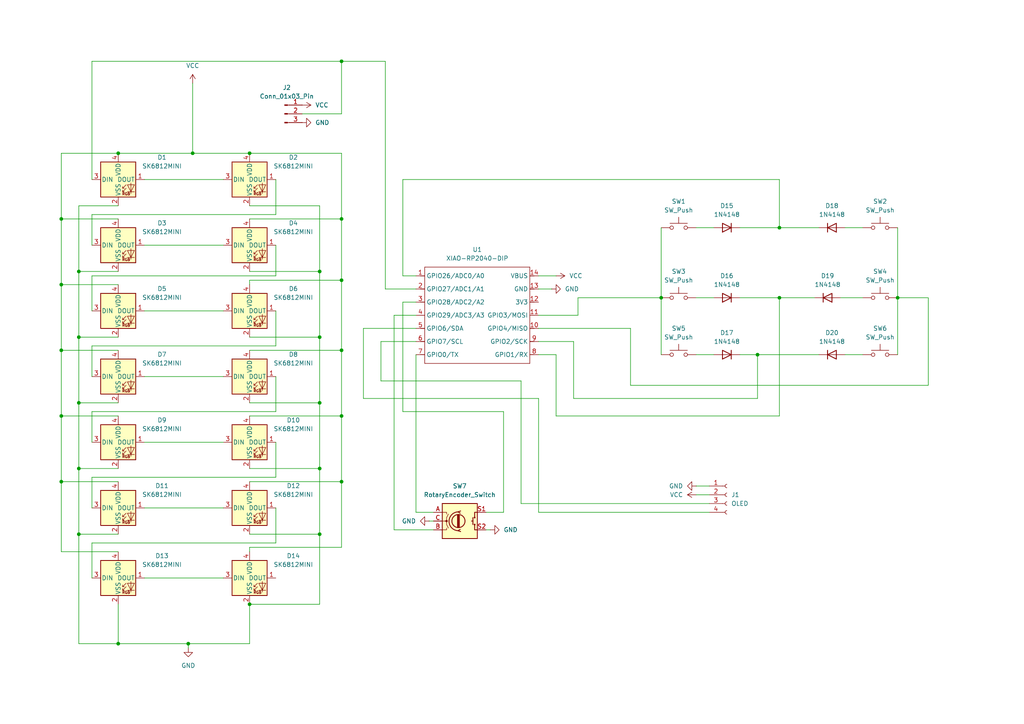
<source format=kicad_sch>
(kicad_sch
	(version 20250114)
	(generator "eeschema")
	(generator_version "9.0")
	(uuid "e6231ed8-fd52-4854-ad4e-3c15824ee5ac")
	(paper "A4")
	(lib_symbols
		(symbol "Connector:Conn_01x03_Pin"
			(pin_names
				(offset 1.016)
				(hide yes)
			)
			(exclude_from_sim no)
			(in_bom yes)
			(on_board yes)
			(property "Reference" "J"
				(at 0 5.08 0)
				(effects
					(font
						(size 1.27 1.27)
					)
				)
			)
			(property "Value" "Conn_01x03_Pin"
				(at 0 -5.08 0)
				(effects
					(font
						(size 1.27 1.27)
					)
				)
			)
			(property "Footprint" ""
				(at 0 0 0)
				(effects
					(font
						(size 1.27 1.27)
					)
					(hide yes)
				)
			)
			(property "Datasheet" "~"
				(at 0 0 0)
				(effects
					(font
						(size 1.27 1.27)
					)
					(hide yes)
				)
			)
			(property "Description" "Generic connector, single row, 01x03, script generated"
				(at 0 0 0)
				(effects
					(font
						(size 1.27 1.27)
					)
					(hide yes)
				)
			)
			(property "ki_locked" ""
				(at 0 0 0)
				(effects
					(font
						(size 1.27 1.27)
					)
				)
			)
			(property "ki_keywords" "connector"
				(at 0 0 0)
				(effects
					(font
						(size 1.27 1.27)
					)
					(hide yes)
				)
			)
			(property "ki_fp_filters" "Connector*:*_1x??_*"
				(at 0 0 0)
				(effects
					(font
						(size 1.27 1.27)
					)
					(hide yes)
				)
			)
			(symbol "Conn_01x03_Pin_1_1"
				(rectangle
					(start 0.8636 2.667)
					(end 0 2.413)
					(stroke
						(width 0.1524)
						(type default)
					)
					(fill
						(type outline)
					)
				)
				(rectangle
					(start 0.8636 0.127)
					(end 0 -0.127)
					(stroke
						(width 0.1524)
						(type default)
					)
					(fill
						(type outline)
					)
				)
				(rectangle
					(start 0.8636 -2.413)
					(end 0 -2.667)
					(stroke
						(width 0.1524)
						(type default)
					)
					(fill
						(type outline)
					)
				)
				(polyline
					(pts
						(xy 1.27 2.54) (xy 0.8636 2.54)
					)
					(stroke
						(width 0.1524)
						(type default)
					)
					(fill
						(type none)
					)
				)
				(polyline
					(pts
						(xy 1.27 0) (xy 0.8636 0)
					)
					(stroke
						(width 0.1524)
						(type default)
					)
					(fill
						(type none)
					)
				)
				(polyline
					(pts
						(xy 1.27 -2.54) (xy 0.8636 -2.54)
					)
					(stroke
						(width 0.1524)
						(type default)
					)
					(fill
						(type none)
					)
				)
				(pin passive line
					(at 5.08 2.54 180)
					(length 3.81)
					(name "Pin_1"
						(effects
							(font
								(size 1.27 1.27)
							)
						)
					)
					(number "1"
						(effects
							(font
								(size 1.27 1.27)
							)
						)
					)
				)
				(pin passive line
					(at 5.08 0 180)
					(length 3.81)
					(name "Pin_2"
						(effects
							(font
								(size 1.27 1.27)
							)
						)
					)
					(number "2"
						(effects
							(font
								(size 1.27 1.27)
							)
						)
					)
				)
				(pin passive line
					(at 5.08 -2.54 180)
					(length 3.81)
					(name "Pin_3"
						(effects
							(font
								(size 1.27 1.27)
							)
						)
					)
					(number "3"
						(effects
							(font
								(size 1.27 1.27)
							)
						)
					)
				)
			)
			(embedded_fonts no)
		)
		(symbol "Connector:Conn_01x04_Socket"
			(pin_names
				(offset 1.016)
				(hide yes)
			)
			(exclude_from_sim no)
			(in_bom yes)
			(on_board yes)
			(property "Reference" "J"
				(at 0 5.08 0)
				(effects
					(font
						(size 1.27 1.27)
					)
				)
			)
			(property "Value" "Conn_01x04_Socket"
				(at 0 -7.62 0)
				(effects
					(font
						(size 1.27 1.27)
					)
				)
			)
			(property "Footprint" ""
				(at 0 0 0)
				(effects
					(font
						(size 1.27 1.27)
					)
					(hide yes)
				)
			)
			(property "Datasheet" "~"
				(at 0 0 0)
				(effects
					(font
						(size 1.27 1.27)
					)
					(hide yes)
				)
			)
			(property "Description" "Generic connector, single row, 01x04, script generated"
				(at 0 0 0)
				(effects
					(font
						(size 1.27 1.27)
					)
					(hide yes)
				)
			)
			(property "ki_locked" ""
				(at 0 0 0)
				(effects
					(font
						(size 1.27 1.27)
					)
				)
			)
			(property "ki_keywords" "connector"
				(at 0 0 0)
				(effects
					(font
						(size 1.27 1.27)
					)
					(hide yes)
				)
			)
			(property "ki_fp_filters" "Connector*:*_1x??_*"
				(at 0 0 0)
				(effects
					(font
						(size 1.27 1.27)
					)
					(hide yes)
				)
			)
			(symbol "Conn_01x04_Socket_1_1"
				(polyline
					(pts
						(xy -1.27 2.54) (xy -0.508 2.54)
					)
					(stroke
						(width 0.1524)
						(type default)
					)
					(fill
						(type none)
					)
				)
				(polyline
					(pts
						(xy -1.27 0) (xy -0.508 0)
					)
					(stroke
						(width 0.1524)
						(type default)
					)
					(fill
						(type none)
					)
				)
				(polyline
					(pts
						(xy -1.27 -2.54) (xy -0.508 -2.54)
					)
					(stroke
						(width 0.1524)
						(type default)
					)
					(fill
						(type none)
					)
				)
				(polyline
					(pts
						(xy -1.27 -5.08) (xy -0.508 -5.08)
					)
					(stroke
						(width 0.1524)
						(type default)
					)
					(fill
						(type none)
					)
				)
				(arc
					(start 0 2.032)
					(mid -0.5058 2.54)
					(end 0 3.048)
					(stroke
						(width 0.1524)
						(type default)
					)
					(fill
						(type none)
					)
				)
				(arc
					(start 0 -0.508)
					(mid -0.5058 0)
					(end 0 0.508)
					(stroke
						(width 0.1524)
						(type default)
					)
					(fill
						(type none)
					)
				)
				(arc
					(start 0 -3.048)
					(mid -0.5058 -2.54)
					(end 0 -2.032)
					(stroke
						(width 0.1524)
						(type default)
					)
					(fill
						(type none)
					)
				)
				(arc
					(start 0 -5.588)
					(mid -0.5058 -5.08)
					(end 0 -4.572)
					(stroke
						(width 0.1524)
						(type default)
					)
					(fill
						(type none)
					)
				)
				(pin passive line
					(at -5.08 2.54 0)
					(length 3.81)
					(name "Pin_1"
						(effects
							(font
								(size 1.27 1.27)
							)
						)
					)
					(number "1"
						(effects
							(font
								(size 1.27 1.27)
							)
						)
					)
				)
				(pin passive line
					(at -5.08 0 0)
					(length 3.81)
					(name "Pin_2"
						(effects
							(font
								(size 1.27 1.27)
							)
						)
					)
					(number "2"
						(effects
							(font
								(size 1.27 1.27)
							)
						)
					)
				)
				(pin passive line
					(at -5.08 -2.54 0)
					(length 3.81)
					(name "Pin_3"
						(effects
							(font
								(size 1.27 1.27)
							)
						)
					)
					(number "3"
						(effects
							(font
								(size 1.27 1.27)
							)
						)
					)
				)
				(pin passive line
					(at -5.08 -5.08 0)
					(length 3.81)
					(name "Pin_4"
						(effects
							(font
								(size 1.27 1.27)
							)
						)
					)
					(number "4"
						(effects
							(font
								(size 1.27 1.27)
							)
						)
					)
				)
			)
			(embedded_fonts no)
		)
		(symbol "Device:RotaryEncoder_Switch"
			(pin_names
				(offset 0.254)
				(hide yes)
			)
			(exclude_from_sim no)
			(in_bom yes)
			(on_board yes)
			(property "Reference" "SW"
				(at 0 6.604 0)
				(effects
					(font
						(size 1.27 1.27)
					)
				)
			)
			(property "Value" "RotaryEncoder_Switch"
				(at 0 -6.604 0)
				(effects
					(font
						(size 1.27 1.27)
					)
				)
			)
			(property "Footprint" ""
				(at -3.81 4.064 0)
				(effects
					(font
						(size 1.27 1.27)
					)
					(hide yes)
				)
			)
			(property "Datasheet" "~"
				(at 0 6.604 0)
				(effects
					(font
						(size 1.27 1.27)
					)
					(hide yes)
				)
			)
			(property "Description" "Rotary encoder, dual channel, incremental quadrate outputs, with switch"
				(at 0 0 0)
				(effects
					(font
						(size 1.27 1.27)
					)
					(hide yes)
				)
			)
			(property "ki_keywords" "rotary switch encoder switch push button"
				(at 0 0 0)
				(effects
					(font
						(size 1.27 1.27)
					)
					(hide yes)
				)
			)
			(property "ki_fp_filters" "RotaryEncoder*Switch*"
				(at 0 0 0)
				(effects
					(font
						(size 1.27 1.27)
					)
					(hide yes)
				)
			)
			(symbol "RotaryEncoder_Switch_0_1"
				(rectangle
					(start -5.08 5.08)
					(end 5.08 -5.08)
					(stroke
						(width 0.254)
						(type default)
					)
					(fill
						(type background)
					)
				)
				(polyline
					(pts
						(xy -5.08 2.54) (xy -3.81 2.54) (xy -3.81 2.032)
					)
					(stroke
						(width 0)
						(type default)
					)
					(fill
						(type none)
					)
				)
				(polyline
					(pts
						(xy -5.08 0) (xy -3.81 0) (xy -3.81 -1.016) (xy -3.302 -2.032)
					)
					(stroke
						(width 0)
						(type default)
					)
					(fill
						(type none)
					)
				)
				(polyline
					(pts
						(xy -5.08 -2.54) (xy -3.81 -2.54) (xy -3.81 -2.032)
					)
					(stroke
						(width 0)
						(type default)
					)
					(fill
						(type none)
					)
				)
				(polyline
					(pts
						(xy -4.318 0) (xy -3.81 0) (xy -3.81 1.016) (xy -3.302 2.032)
					)
					(stroke
						(width 0)
						(type default)
					)
					(fill
						(type none)
					)
				)
				(circle
					(center -3.81 0)
					(radius 0.254)
					(stroke
						(width 0)
						(type default)
					)
					(fill
						(type outline)
					)
				)
				(polyline
					(pts
						(xy -0.635 -1.778) (xy -0.635 1.778)
					)
					(stroke
						(width 0.254)
						(type default)
					)
					(fill
						(type none)
					)
				)
				(circle
					(center -0.381 0)
					(radius 1.905)
					(stroke
						(width 0.254)
						(type default)
					)
					(fill
						(type none)
					)
				)
				(polyline
					(pts
						(xy -0.381 -1.778) (xy -0.381 1.778)
					)
					(stroke
						(width 0.254)
						(type default)
					)
					(fill
						(type none)
					)
				)
				(arc
					(start -0.381 -2.794)
					(mid -3.0988 -0.0635)
					(end -0.381 2.667)
					(stroke
						(width 0.254)
						(type default)
					)
					(fill
						(type none)
					)
				)
				(polyline
					(pts
						(xy -0.127 1.778) (xy -0.127 -1.778)
					)
					(stroke
						(width 0.254)
						(type default)
					)
					(fill
						(type none)
					)
				)
				(polyline
					(pts
						(xy 0.254 2.921) (xy -0.508 2.667) (xy 0.127 2.286)
					)
					(stroke
						(width 0.254)
						(type default)
					)
					(fill
						(type none)
					)
				)
				(polyline
					(pts
						(xy 0.254 -3.048) (xy -0.508 -2.794) (xy 0.127 -2.413)
					)
					(stroke
						(width 0.254)
						(type default)
					)
					(fill
						(type none)
					)
				)
				(polyline
					(pts
						(xy 3.81 1.016) (xy 3.81 -1.016)
					)
					(stroke
						(width 0.254)
						(type default)
					)
					(fill
						(type none)
					)
				)
				(polyline
					(pts
						(xy 3.81 0) (xy 3.429 0)
					)
					(stroke
						(width 0.254)
						(type default)
					)
					(fill
						(type none)
					)
				)
				(circle
					(center 4.318 1.016)
					(radius 0.127)
					(stroke
						(width 0.254)
						(type default)
					)
					(fill
						(type none)
					)
				)
				(circle
					(center 4.318 -1.016)
					(radius 0.127)
					(stroke
						(width 0.254)
						(type default)
					)
					(fill
						(type none)
					)
				)
				(polyline
					(pts
						(xy 5.08 2.54) (xy 4.318 2.54) (xy 4.318 1.016)
					)
					(stroke
						(width 0.254)
						(type default)
					)
					(fill
						(type none)
					)
				)
				(polyline
					(pts
						(xy 5.08 -2.54) (xy 4.318 -2.54) (xy 4.318 -1.016)
					)
					(stroke
						(width 0.254)
						(type default)
					)
					(fill
						(type none)
					)
				)
			)
			(symbol "RotaryEncoder_Switch_1_1"
				(pin passive line
					(at -7.62 2.54 0)
					(length 2.54)
					(name "A"
						(effects
							(font
								(size 1.27 1.27)
							)
						)
					)
					(number "A"
						(effects
							(font
								(size 1.27 1.27)
							)
						)
					)
				)
				(pin passive line
					(at -7.62 0 0)
					(length 2.54)
					(name "C"
						(effects
							(font
								(size 1.27 1.27)
							)
						)
					)
					(number "C"
						(effects
							(font
								(size 1.27 1.27)
							)
						)
					)
				)
				(pin passive line
					(at -7.62 -2.54 0)
					(length 2.54)
					(name "B"
						(effects
							(font
								(size 1.27 1.27)
							)
						)
					)
					(number "B"
						(effects
							(font
								(size 1.27 1.27)
							)
						)
					)
				)
				(pin passive line
					(at 7.62 2.54 180)
					(length 2.54)
					(name "S1"
						(effects
							(font
								(size 1.27 1.27)
							)
						)
					)
					(number "S1"
						(effects
							(font
								(size 1.27 1.27)
							)
						)
					)
				)
				(pin passive line
					(at 7.62 -2.54 180)
					(length 2.54)
					(name "S2"
						(effects
							(font
								(size 1.27 1.27)
							)
						)
					)
					(number "S2"
						(effects
							(font
								(size 1.27 1.27)
							)
						)
					)
				)
			)
			(embedded_fonts no)
		)
		(symbol "Diode:1N4148"
			(pin_numbers
				(hide yes)
			)
			(pin_names
				(hide yes)
			)
			(exclude_from_sim no)
			(in_bom yes)
			(on_board yes)
			(property "Reference" "D"
				(at 0 2.54 0)
				(effects
					(font
						(size 1.27 1.27)
					)
				)
			)
			(property "Value" "1N4148"
				(at 0 -2.54 0)
				(effects
					(font
						(size 1.27 1.27)
					)
				)
			)
			(property "Footprint" "Diode_THT:D_DO-35_SOD27_P7.62mm_Horizontal"
				(at 0 0 0)
				(effects
					(font
						(size 1.27 1.27)
					)
					(hide yes)
				)
			)
			(property "Datasheet" "https://assets.nexperia.com/documents/data-sheet/1N4148_1N4448.pdf"
				(at 0 0 0)
				(effects
					(font
						(size 1.27 1.27)
					)
					(hide yes)
				)
			)
			(property "Description" "100V 0.15A standard switching diode, DO-35"
				(at 0 0 0)
				(effects
					(font
						(size 1.27 1.27)
					)
					(hide yes)
				)
			)
			(property "Sim.Device" "D"
				(at 0 0 0)
				(effects
					(font
						(size 1.27 1.27)
					)
					(hide yes)
				)
			)
			(property "Sim.Pins" "1=K 2=A"
				(at 0 0 0)
				(effects
					(font
						(size 1.27 1.27)
					)
					(hide yes)
				)
			)
			(property "ki_keywords" "diode"
				(at 0 0 0)
				(effects
					(font
						(size 1.27 1.27)
					)
					(hide yes)
				)
			)
			(property "ki_fp_filters" "D*DO?35*"
				(at 0 0 0)
				(effects
					(font
						(size 1.27 1.27)
					)
					(hide yes)
				)
			)
			(symbol "1N4148_0_1"
				(polyline
					(pts
						(xy -1.27 1.27) (xy -1.27 -1.27)
					)
					(stroke
						(width 0.254)
						(type default)
					)
					(fill
						(type none)
					)
				)
				(polyline
					(pts
						(xy 1.27 1.27) (xy 1.27 -1.27) (xy -1.27 0) (xy 1.27 1.27)
					)
					(stroke
						(width 0.254)
						(type default)
					)
					(fill
						(type none)
					)
				)
				(polyline
					(pts
						(xy 1.27 0) (xy -1.27 0)
					)
					(stroke
						(width 0)
						(type default)
					)
					(fill
						(type none)
					)
				)
			)
			(symbol "1N4148_1_1"
				(pin passive line
					(at -3.81 0 0)
					(length 2.54)
					(name "K"
						(effects
							(font
								(size 1.27 1.27)
							)
						)
					)
					(number "1"
						(effects
							(font
								(size 1.27 1.27)
							)
						)
					)
				)
				(pin passive line
					(at 3.81 0 180)
					(length 2.54)
					(name "A"
						(effects
							(font
								(size 1.27 1.27)
							)
						)
					)
					(number "2"
						(effects
							(font
								(size 1.27 1.27)
							)
						)
					)
				)
			)
			(embedded_fonts no)
		)
		(symbol "LED:SK6812MINI"
			(pin_names
				(offset 0.254)
			)
			(exclude_from_sim no)
			(in_bom yes)
			(on_board yes)
			(property "Reference" "D"
				(at 5.08 5.715 0)
				(effects
					(font
						(size 1.27 1.27)
					)
					(justify right bottom)
				)
			)
			(property "Value" "SK6812MINI"
				(at 1.27 -5.715 0)
				(effects
					(font
						(size 1.27 1.27)
					)
					(justify left top)
				)
			)
			(property "Footprint" "LED_SMD:LED_SK6812MINI_PLCC4_3.5x3.5mm_P1.75mm"
				(at 1.27 -7.62 0)
				(effects
					(font
						(size 1.27 1.27)
					)
					(justify left top)
					(hide yes)
				)
			)
			(property "Datasheet" "https://cdn-shop.adafruit.com/product-files/2686/SK6812MINI_REV.01-1-2.pdf"
				(at 2.54 -9.525 0)
				(effects
					(font
						(size 1.27 1.27)
					)
					(justify left top)
					(hide yes)
				)
			)
			(property "Description" "RGB LED with integrated controller"
				(at 0 0 0)
				(effects
					(font
						(size 1.27 1.27)
					)
					(hide yes)
				)
			)
			(property "ki_keywords" "RGB LED NeoPixel Mini addressable"
				(at 0 0 0)
				(effects
					(font
						(size 1.27 1.27)
					)
					(hide yes)
				)
			)
			(property "ki_fp_filters" "LED*SK6812MINI*PLCC*3.5x3.5mm*P1.75mm*"
				(at 0 0 0)
				(effects
					(font
						(size 1.27 1.27)
					)
					(hide yes)
				)
			)
			(symbol "SK6812MINI_0_0"
				(text "RGB"
					(at 2.286 -4.191 0)
					(effects
						(font
							(size 0.762 0.762)
						)
					)
				)
			)
			(symbol "SK6812MINI_0_1"
				(polyline
					(pts
						(xy 1.27 -2.54) (xy 1.778 -2.54)
					)
					(stroke
						(width 0)
						(type default)
					)
					(fill
						(type none)
					)
				)
				(polyline
					(pts
						(xy 1.27 -3.556) (xy 1.778 -3.556)
					)
					(stroke
						(width 0)
						(type default)
					)
					(fill
						(type none)
					)
				)
				(polyline
					(pts
						(xy 2.286 -1.524) (xy 1.27 -2.54) (xy 1.27 -2.032)
					)
					(stroke
						(width 0)
						(type default)
					)
					(fill
						(type none)
					)
				)
				(polyline
					(pts
						(xy 2.286 -2.54) (xy 1.27 -3.556) (xy 1.27 -3.048)
					)
					(stroke
						(width 0)
						(type default)
					)
					(fill
						(type none)
					)
				)
				(polyline
					(pts
						(xy 3.683 -1.016) (xy 3.683 -3.556) (xy 3.683 -4.064)
					)
					(stroke
						(width 0)
						(type default)
					)
					(fill
						(type none)
					)
				)
				(polyline
					(pts
						(xy 4.699 -1.524) (xy 2.667 -1.524) (xy 3.683 -3.556) (xy 4.699 -1.524)
					)
					(stroke
						(width 0)
						(type default)
					)
					(fill
						(type none)
					)
				)
				(polyline
					(pts
						(xy 4.699 -3.556) (xy 2.667 -3.556)
					)
					(stroke
						(width 0)
						(type default)
					)
					(fill
						(type none)
					)
				)
				(rectangle
					(start 5.08 5.08)
					(end -5.08 -5.08)
					(stroke
						(width 0.254)
						(type default)
					)
					(fill
						(type background)
					)
				)
			)
			(symbol "SK6812MINI_1_1"
				(pin input line
					(at -7.62 0 0)
					(length 2.54)
					(name "DIN"
						(effects
							(font
								(size 1.27 1.27)
							)
						)
					)
					(number "3"
						(effects
							(font
								(size 1.27 1.27)
							)
						)
					)
				)
				(pin power_in line
					(at 0 7.62 270)
					(length 2.54)
					(name "VDD"
						(effects
							(font
								(size 1.27 1.27)
							)
						)
					)
					(number "4"
						(effects
							(font
								(size 1.27 1.27)
							)
						)
					)
				)
				(pin power_in line
					(at 0 -7.62 90)
					(length 2.54)
					(name "VSS"
						(effects
							(font
								(size 1.27 1.27)
							)
						)
					)
					(number "2"
						(effects
							(font
								(size 1.27 1.27)
							)
						)
					)
				)
				(pin output line
					(at 7.62 0 180)
					(length 2.54)
					(name "DOUT"
						(effects
							(font
								(size 1.27 1.27)
							)
						)
					)
					(number "1"
						(effects
							(font
								(size 1.27 1.27)
							)
						)
					)
				)
			)
			(embedded_fonts no)
		)
		(symbol "Seeed_Studio_XIAO_Series:XIAO-RP2040-DIP"
			(exclude_from_sim no)
			(in_bom yes)
			(on_board yes)
			(property "Reference" "U"
				(at 0 0 0)
				(effects
					(font
						(size 1.27 1.27)
					)
				)
			)
			(property "Value" "XIAO-RP2040-DIP"
				(at 5.334 -1.778 0)
				(effects
					(font
						(size 1.27 1.27)
					)
				)
			)
			(property "Footprint" "Module:MOUDLE14P-XIAO-DIP-SMD"
				(at 14.478 -32.258 0)
				(effects
					(font
						(size 1.27 1.27)
					)
					(hide yes)
				)
			)
			(property "Datasheet" ""
				(at 0 0 0)
				(effects
					(font
						(size 1.27 1.27)
					)
					(hide yes)
				)
			)
			(property "Description" ""
				(at 0 0 0)
				(effects
					(font
						(size 1.27 1.27)
					)
					(hide yes)
				)
			)
			(symbol "XIAO-RP2040-DIP_1_0"
				(polyline
					(pts
						(xy -1.27 -2.54) (xy 29.21 -2.54)
					)
					(stroke
						(width 0.1524)
						(type solid)
					)
					(fill
						(type none)
					)
				)
				(polyline
					(pts
						(xy -1.27 -5.08) (xy -2.54 -5.08)
					)
					(stroke
						(width 0.1524)
						(type solid)
					)
					(fill
						(type none)
					)
				)
				(polyline
					(pts
						(xy -1.27 -5.08) (xy -1.27 -2.54)
					)
					(stroke
						(width 0.1524)
						(type solid)
					)
					(fill
						(type none)
					)
				)
				(polyline
					(pts
						(xy -1.27 -8.89) (xy -2.54 -8.89)
					)
					(stroke
						(width 0.1524)
						(type solid)
					)
					(fill
						(type none)
					)
				)
				(polyline
					(pts
						(xy -1.27 -8.89) (xy -1.27 -5.08)
					)
					(stroke
						(width 0.1524)
						(type solid)
					)
					(fill
						(type none)
					)
				)
				(polyline
					(pts
						(xy -1.27 -12.7) (xy -2.54 -12.7)
					)
					(stroke
						(width 0.1524)
						(type solid)
					)
					(fill
						(type none)
					)
				)
				(polyline
					(pts
						(xy -1.27 -12.7) (xy -1.27 -8.89)
					)
					(stroke
						(width 0.1524)
						(type solid)
					)
					(fill
						(type none)
					)
				)
				(polyline
					(pts
						(xy -1.27 -16.51) (xy -2.54 -16.51)
					)
					(stroke
						(width 0.1524)
						(type solid)
					)
					(fill
						(type none)
					)
				)
				(polyline
					(pts
						(xy -1.27 -16.51) (xy -1.27 -12.7)
					)
					(stroke
						(width 0.1524)
						(type solid)
					)
					(fill
						(type none)
					)
				)
				(polyline
					(pts
						(xy -1.27 -20.32) (xy -2.54 -20.32)
					)
					(stroke
						(width 0.1524)
						(type solid)
					)
					(fill
						(type none)
					)
				)
				(polyline
					(pts
						(xy -1.27 -24.13) (xy -2.54 -24.13)
					)
					(stroke
						(width 0.1524)
						(type solid)
					)
					(fill
						(type none)
					)
				)
				(polyline
					(pts
						(xy -1.27 -27.94) (xy -2.54 -27.94)
					)
					(stroke
						(width 0.1524)
						(type solid)
					)
					(fill
						(type none)
					)
				)
				(polyline
					(pts
						(xy -1.27 -30.48) (xy -1.27 -16.51)
					)
					(stroke
						(width 0.1524)
						(type solid)
					)
					(fill
						(type none)
					)
				)
				(polyline
					(pts
						(xy 29.21 -2.54) (xy 29.21 -5.08)
					)
					(stroke
						(width 0.1524)
						(type solid)
					)
					(fill
						(type none)
					)
				)
				(polyline
					(pts
						(xy 29.21 -5.08) (xy 29.21 -8.89)
					)
					(stroke
						(width 0.1524)
						(type solid)
					)
					(fill
						(type none)
					)
				)
				(polyline
					(pts
						(xy 29.21 -8.89) (xy 29.21 -12.7)
					)
					(stroke
						(width 0.1524)
						(type solid)
					)
					(fill
						(type none)
					)
				)
				(polyline
					(pts
						(xy 29.21 -12.7) (xy 29.21 -30.48)
					)
					(stroke
						(width 0.1524)
						(type solid)
					)
					(fill
						(type none)
					)
				)
				(polyline
					(pts
						(xy 29.21 -30.48) (xy -1.27 -30.48)
					)
					(stroke
						(width 0.1524)
						(type solid)
					)
					(fill
						(type none)
					)
				)
				(polyline
					(pts
						(xy 30.48 -5.08) (xy 29.21 -5.08)
					)
					(stroke
						(width 0.1524)
						(type solid)
					)
					(fill
						(type none)
					)
				)
				(polyline
					(pts
						(xy 30.48 -8.89) (xy 29.21 -8.89)
					)
					(stroke
						(width 0.1524)
						(type solid)
					)
					(fill
						(type none)
					)
				)
				(polyline
					(pts
						(xy 30.48 -12.7) (xy 29.21 -12.7)
					)
					(stroke
						(width 0.1524)
						(type solid)
					)
					(fill
						(type none)
					)
				)
				(polyline
					(pts
						(xy 30.48 -16.51) (xy 29.21 -16.51)
					)
					(stroke
						(width 0.1524)
						(type solid)
					)
					(fill
						(type none)
					)
				)
				(polyline
					(pts
						(xy 30.48 -20.32) (xy 29.21 -20.32)
					)
					(stroke
						(width 0.1524)
						(type solid)
					)
					(fill
						(type none)
					)
				)
				(polyline
					(pts
						(xy 30.48 -24.13) (xy 29.21 -24.13)
					)
					(stroke
						(width 0.1524)
						(type solid)
					)
					(fill
						(type none)
					)
				)
				(polyline
					(pts
						(xy 30.48 -27.94) (xy 29.21 -27.94)
					)
					(stroke
						(width 0.1524)
						(type solid)
					)
					(fill
						(type none)
					)
				)
				(pin passive line
					(at -3.81 -5.08 0)
					(length 2.54)
					(name "GPIO26/ADC0/A0"
						(effects
							(font
								(size 1.27 1.27)
							)
						)
					)
					(number "1"
						(effects
							(font
								(size 1.27 1.27)
							)
						)
					)
				)
				(pin passive line
					(at -3.81 -8.89 0)
					(length 2.54)
					(name "GPIO27/ADC1/A1"
						(effects
							(font
								(size 1.27 1.27)
							)
						)
					)
					(number "2"
						(effects
							(font
								(size 1.27 1.27)
							)
						)
					)
				)
				(pin passive line
					(at -3.81 -12.7 0)
					(length 2.54)
					(name "GPIO28/ADC2/A2"
						(effects
							(font
								(size 1.27 1.27)
							)
						)
					)
					(number "3"
						(effects
							(font
								(size 1.27 1.27)
							)
						)
					)
				)
				(pin passive line
					(at -3.81 -16.51 0)
					(length 2.54)
					(name "GPIO29/ADC3/A3"
						(effects
							(font
								(size 1.27 1.27)
							)
						)
					)
					(number "4"
						(effects
							(font
								(size 1.27 1.27)
							)
						)
					)
				)
				(pin passive line
					(at -3.81 -20.32 0)
					(length 2.54)
					(name "GPIO6/SDA"
						(effects
							(font
								(size 1.27 1.27)
							)
						)
					)
					(number "5"
						(effects
							(font
								(size 1.27 1.27)
							)
						)
					)
				)
				(pin passive line
					(at -3.81 -24.13 0)
					(length 2.54)
					(name "GPIO7/SCL"
						(effects
							(font
								(size 1.27 1.27)
							)
						)
					)
					(number "6"
						(effects
							(font
								(size 1.27 1.27)
							)
						)
					)
				)
				(pin passive line
					(at -3.81 -27.94 0)
					(length 2.54)
					(name "GPIO0/TX"
						(effects
							(font
								(size 1.27 1.27)
							)
						)
					)
					(number "7"
						(effects
							(font
								(size 1.27 1.27)
							)
						)
					)
				)
				(pin passive line
					(at 31.75 -5.08 180)
					(length 2.54)
					(name "VBUS"
						(effects
							(font
								(size 1.27 1.27)
							)
						)
					)
					(number "14"
						(effects
							(font
								(size 1.27 1.27)
							)
						)
					)
				)
				(pin passive line
					(at 31.75 -8.89 180)
					(length 2.54)
					(name "GND"
						(effects
							(font
								(size 1.27 1.27)
							)
						)
					)
					(number "13"
						(effects
							(font
								(size 1.27 1.27)
							)
						)
					)
				)
				(pin passive line
					(at 31.75 -12.7 180)
					(length 2.54)
					(name "3V3"
						(effects
							(font
								(size 1.27 1.27)
							)
						)
					)
					(number "12"
						(effects
							(font
								(size 1.27 1.27)
							)
						)
					)
				)
				(pin passive line
					(at 31.75 -16.51 180)
					(length 2.54)
					(name "GPIO3/MOSI"
						(effects
							(font
								(size 1.27 1.27)
							)
						)
					)
					(number "11"
						(effects
							(font
								(size 1.27 1.27)
							)
						)
					)
				)
				(pin passive line
					(at 31.75 -20.32 180)
					(length 2.54)
					(name "GPIO4/MISO"
						(effects
							(font
								(size 1.27 1.27)
							)
						)
					)
					(number "10"
						(effects
							(font
								(size 1.27 1.27)
							)
						)
					)
				)
				(pin passive line
					(at 31.75 -24.13 180)
					(length 2.54)
					(name "GPIO2/SCK"
						(effects
							(font
								(size 1.27 1.27)
							)
						)
					)
					(number "9"
						(effects
							(font
								(size 1.27 1.27)
							)
						)
					)
				)
				(pin passive line
					(at 31.75 -27.94 180)
					(length 2.54)
					(name "GPIO1/RX"
						(effects
							(font
								(size 1.27 1.27)
							)
						)
					)
					(number "8"
						(effects
							(font
								(size 1.27 1.27)
							)
						)
					)
				)
			)
			(embedded_fonts no)
		)
		(symbol "Switch:SW_Push"
			(pin_numbers
				(hide yes)
			)
			(pin_names
				(offset 1.016)
				(hide yes)
			)
			(exclude_from_sim no)
			(in_bom yes)
			(on_board yes)
			(property "Reference" "SW"
				(at 1.27 2.54 0)
				(effects
					(font
						(size 1.27 1.27)
					)
					(justify left)
				)
			)
			(property "Value" "SW_Push"
				(at 0 -1.524 0)
				(effects
					(font
						(size 1.27 1.27)
					)
				)
			)
			(property "Footprint" ""
				(at 0 5.08 0)
				(effects
					(font
						(size 1.27 1.27)
					)
					(hide yes)
				)
			)
			(property "Datasheet" "~"
				(at 0 5.08 0)
				(effects
					(font
						(size 1.27 1.27)
					)
					(hide yes)
				)
			)
			(property "Description" "Push button switch, generic, two pins"
				(at 0 0 0)
				(effects
					(font
						(size 1.27 1.27)
					)
					(hide yes)
				)
			)
			(property "ki_keywords" "switch normally-open pushbutton push-button"
				(at 0 0 0)
				(effects
					(font
						(size 1.27 1.27)
					)
					(hide yes)
				)
			)
			(symbol "SW_Push_0_1"
				(circle
					(center -2.032 0)
					(radius 0.508)
					(stroke
						(width 0)
						(type default)
					)
					(fill
						(type none)
					)
				)
				(polyline
					(pts
						(xy 0 1.27) (xy 0 3.048)
					)
					(stroke
						(width 0)
						(type default)
					)
					(fill
						(type none)
					)
				)
				(circle
					(center 2.032 0)
					(radius 0.508)
					(stroke
						(width 0)
						(type default)
					)
					(fill
						(type none)
					)
				)
				(polyline
					(pts
						(xy 2.54 1.27) (xy -2.54 1.27)
					)
					(stroke
						(width 0)
						(type default)
					)
					(fill
						(type none)
					)
				)
				(pin passive line
					(at -5.08 0 0)
					(length 2.54)
					(name "1"
						(effects
							(font
								(size 1.27 1.27)
							)
						)
					)
					(number "1"
						(effects
							(font
								(size 1.27 1.27)
							)
						)
					)
				)
				(pin passive line
					(at 5.08 0 180)
					(length 2.54)
					(name "2"
						(effects
							(font
								(size 1.27 1.27)
							)
						)
					)
					(number "2"
						(effects
							(font
								(size 1.27 1.27)
							)
						)
					)
				)
			)
			(embedded_fonts no)
		)
		(symbol "power:GND"
			(power)
			(pin_numbers
				(hide yes)
			)
			(pin_names
				(offset 0)
				(hide yes)
			)
			(exclude_from_sim no)
			(in_bom yes)
			(on_board yes)
			(property "Reference" "#PWR"
				(at 0 -6.35 0)
				(effects
					(font
						(size 1.27 1.27)
					)
					(hide yes)
				)
			)
			(property "Value" "GND"
				(at 0 -3.81 0)
				(effects
					(font
						(size 1.27 1.27)
					)
				)
			)
			(property "Footprint" ""
				(at 0 0 0)
				(effects
					(font
						(size 1.27 1.27)
					)
					(hide yes)
				)
			)
			(property "Datasheet" ""
				(at 0 0 0)
				(effects
					(font
						(size 1.27 1.27)
					)
					(hide yes)
				)
			)
			(property "Description" "Power symbol creates a global label with name \"GND\" , ground"
				(at 0 0 0)
				(effects
					(font
						(size 1.27 1.27)
					)
					(hide yes)
				)
			)
			(property "ki_keywords" "global power"
				(at 0 0 0)
				(effects
					(font
						(size 1.27 1.27)
					)
					(hide yes)
				)
			)
			(symbol "GND_0_1"
				(polyline
					(pts
						(xy 0 0) (xy 0 -1.27) (xy 1.27 -1.27) (xy 0 -2.54) (xy -1.27 -1.27) (xy 0 -1.27)
					)
					(stroke
						(width 0)
						(type default)
					)
					(fill
						(type none)
					)
				)
			)
			(symbol "GND_1_1"
				(pin power_in line
					(at 0 0 270)
					(length 0)
					(name "~"
						(effects
							(font
								(size 1.27 1.27)
							)
						)
					)
					(number "1"
						(effects
							(font
								(size 1.27 1.27)
							)
						)
					)
				)
			)
			(embedded_fonts no)
		)
		(symbol "power:VCC"
			(power)
			(pin_numbers
				(hide yes)
			)
			(pin_names
				(offset 0)
				(hide yes)
			)
			(exclude_from_sim no)
			(in_bom yes)
			(on_board yes)
			(property "Reference" "#PWR"
				(at 0 -3.81 0)
				(effects
					(font
						(size 1.27 1.27)
					)
					(hide yes)
				)
			)
			(property "Value" "VCC"
				(at 0 3.556 0)
				(effects
					(font
						(size 1.27 1.27)
					)
				)
			)
			(property "Footprint" ""
				(at 0 0 0)
				(effects
					(font
						(size 1.27 1.27)
					)
					(hide yes)
				)
			)
			(property "Datasheet" ""
				(at 0 0 0)
				(effects
					(font
						(size 1.27 1.27)
					)
					(hide yes)
				)
			)
			(property "Description" "Power symbol creates a global label with name \"VCC\""
				(at 0 0 0)
				(effects
					(font
						(size 1.27 1.27)
					)
					(hide yes)
				)
			)
			(property "ki_keywords" "global power"
				(at 0 0 0)
				(effects
					(font
						(size 1.27 1.27)
					)
					(hide yes)
				)
			)
			(symbol "VCC_0_1"
				(polyline
					(pts
						(xy -0.762 1.27) (xy 0 2.54)
					)
					(stroke
						(width 0)
						(type default)
					)
					(fill
						(type none)
					)
				)
				(polyline
					(pts
						(xy 0 2.54) (xy 0.762 1.27)
					)
					(stroke
						(width 0)
						(type default)
					)
					(fill
						(type none)
					)
				)
				(polyline
					(pts
						(xy 0 0) (xy 0 2.54)
					)
					(stroke
						(width 0)
						(type default)
					)
					(fill
						(type none)
					)
				)
			)
			(symbol "VCC_1_1"
				(pin power_in line
					(at 0 0 90)
					(length 0)
					(name "~"
						(effects
							(font
								(size 1.27 1.27)
							)
						)
					)
					(number "1"
						(effects
							(font
								(size 1.27 1.27)
							)
						)
					)
				)
			)
			(embedded_fonts no)
		)
	)
	(junction
		(at 99.06 139.7)
		(diameter 0)
		(color 0 0 0 0)
		(uuid "09a0fd6f-a226-4ad0-bd66-2af89c382ba8")
	)
	(junction
		(at 17.78 120.65)
		(diameter 0)
		(color 0 0 0 0)
		(uuid "17b8ff91-aaa1-46f3-b47a-fe743e12f186")
	)
	(junction
		(at 54.61 186.69)
		(diameter 0)
		(color 0 0 0 0)
		(uuid "27fd6f2a-2f7d-446e-876f-f1ba8489c71e")
	)
	(junction
		(at 92.71 135.89)
		(diameter 0)
		(color 0 0 0 0)
		(uuid "29ea4932-7780-44a4-89d0-6a5be5af5094")
	)
	(junction
		(at 17.78 82.55)
		(diameter 0)
		(color 0 0 0 0)
		(uuid "2ae7d910-7c7e-4f35-a76a-846b980d48d5")
	)
	(junction
		(at 99.06 63.5)
		(diameter 0)
		(color 0 0 0 0)
		(uuid "2b468b61-1043-47e8-8183-8eda7e3a1936")
	)
	(junction
		(at 72.39 175.26)
		(diameter 0)
		(color 0 0 0 0)
		(uuid "3440d0e2-212d-4220-9b8b-47f542552be0")
	)
	(junction
		(at 191.77 86.36)
		(diameter 0)
		(color 0 0 0 0)
		(uuid "475c62b8-1c0c-4a8f-a5fc-047283ce9e56")
	)
	(junction
		(at 260.35 86.36)
		(diameter 0)
		(color 0 0 0 0)
		(uuid "4e6ea54f-3fee-4d25-9cb6-2383f6b8e008")
	)
	(junction
		(at 226.06 66.04)
		(diameter 0)
		(color 0 0 0 0)
		(uuid "5b7a06e8-92ce-4cd5-aca0-fe33493df476")
	)
	(junction
		(at 99.06 101.6)
		(diameter 0)
		(color 0 0 0 0)
		(uuid "60f88493-f219-4fa4-8de2-4d3bb1a9331e")
	)
	(junction
		(at 17.78 139.7)
		(diameter 0)
		(color 0 0 0 0)
		(uuid "63ef9531-9102-48de-8e67-8fa6da6b77c9")
	)
	(junction
		(at 226.06 86.36)
		(diameter 0)
		(color 0 0 0 0)
		(uuid "67de1539-7e1a-473d-a50e-d48b0637b37a")
	)
	(junction
		(at 99.06 17.78)
		(diameter 0)
		(color 0 0 0 0)
		(uuid "6e3883b5-40a0-4ae4-bc11-a9c1ed66422e")
	)
	(junction
		(at 22.86 116.84)
		(diameter 0)
		(color 0 0 0 0)
		(uuid "71781824-e714-4ff7-a7e0-37ebac2e0c3e")
	)
	(junction
		(at 22.86 78.74)
		(diameter 0)
		(color 0 0 0 0)
		(uuid "7f61af00-a935-4ea4-b98c-a40723246dcd")
	)
	(junction
		(at 22.86 154.94)
		(diameter 0)
		(color 0 0 0 0)
		(uuid "93faa26f-80aa-456e-ba51-133af1a0037f")
	)
	(junction
		(at 17.78 101.6)
		(diameter 0)
		(color 0 0 0 0)
		(uuid "9516cd8d-ea11-40b9-8a23-14dfe726b8b1")
	)
	(junction
		(at 92.71 154.94)
		(diameter 0)
		(color 0 0 0 0)
		(uuid "9f0e0901-1562-4c30-847c-3edc61e5edcd")
	)
	(junction
		(at 92.71 78.74)
		(diameter 0)
		(color 0 0 0 0)
		(uuid "a3291f6c-90be-4bf6-b79f-a1596c1c15a7")
	)
	(junction
		(at 99.06 120.65)
		(diameter 0)
		(color 0 0 0 0)
		(uuid "b0d912ee-1167-489e-bc63-e3ad5dbf6979")
	)
	(junction
		(at 22.86 135.89)
		(diameter 0)
		(color 0 0 0 0)
		(uuid "ba186597-2a94-474e-98eb-4c2ea766a963")
	)
	(junction
		(at 17.78 63.5)
		(diameter 0)
		(color 0 0 0 0)
		(uuid "c5951f50-0ee3-44d7-9fd5-d54131b8990f")
	)
	(junction
		(at 72.39 44.45)
		(diameter 0)
		(color 0 0 0 0)
		(uuid "cecdfaff-542f-4c9c-a8e1-4402b3097626")
	)
	(junction
		(at 99.06 81.28)
		(diameter 0)
		(color 0 0 0 0)
		(uuid "d2f15dbf-62c6-4f03-826e-1b87f866e25c")
	)
	(junction
		(at 92.71 97.79)
		(diameter 0)
		(color 0 0 0 0)
		(uuid "de4a4de4-15b3-41fa-94c6-d92e40794acd")
	)
	(junction
		(at 34.29 186.69)
		(diameter 0)
		(color 0 0 0 0)
		(uuid "ecfc6558-2f84-4ad8-a40a-a432deafda94")
	)
	(junction
		(at 34.29 44.45)
		(diameter 0)
		(color 0 0 0 0)
		(uuid "ede3ce87-0473-4253-8d15-1b4fcf454ea8")
	)
	(junction
		(at 55.88 44.45)
		(diameter 0)
		(color 0 0 0 0)
		(uuid "f515a24b-e166-47ad-8da1-b421b5ccfb08")
	)
	(junction
		(at 92.71 116.84)
		(diameter 0)
		(color 0 0 0 0)
		(uuid "f570e2b1-c6ad-4d3d-a391-18affb55f874")
	)
	(junction
		(at 22.86 97.79)
		(diameter 0)
		(color 0 0 0 0)
		(uuid "f5be873a-40b2-4f34-9b65-053f7a2a59fd")
	)
	(junction
		(at 219.71 102.87)
		(diameter 0)
		(color 0 0 0 0)
		(uuid "feec14e3-8449-4ce3-91e7-f99b79f040ab")
	)
	(wire
		(pts
			(xy 105.41 95.25) (xy 120.65 95.25)
		)
		(stroke
			(width 0)
			(type default)
		)
		(uuid "03326f46-d74d-417e-a24a-e23c8f8114a9")
	)
	(wire
		(pts
			(xy 54.61 186.69) (xy 34.29 186.69)
		)
		(stroke
			(width 0)
			(type default)
		)
		(uuid "04532ce0-dfd4-4e29-aa36-7ceeabb8ce80")
	)
	(wire
		(pts
			(xy 205.74 146.05) (xy 151.13 146.05)
		)
		(stroke
			(width 0)
			(type default)
		)
		(uuid "069e3efb-7db3-40f8-a91a-c24e2991a074")
	)
	(wire
		(pts
			(xy 54.61 186.69) (xy 72.39 186.69)
		)
		(stroke
			(width 0)
			(type default)
		)
		(uuid "07e8c218-fa44-48d5-8c22-b0a299840216")
	)
	(wire
		(pts
			(xy 161.29 120.65) (xy 161.29 102.87)
		)
		(stroke
			(width 0)
			(type default)
		)
		(uuid "0817e989-a869-4ff6-a305-a7f4f597ef2d")
	)
	(wire
		(pts
			(xy 124.46 151.13) (xy 125.73 151.13)
		)
		(stroke
			(width 0)
			(type default)
		)
		(uuid "08fcf720-07b3-47da-b6ad-d7f1bed70ca2")
	)
	(wire
		(pts
			(xy 201.93 86.36) (xy 207.01 86.36)
		)
		(stroke
			(width 0)
			(type default)
		)
		(uuid "09532eae-aa6c-461a-bb13-f74eeb4f63c3")
	)
	(wire
		(pts
			(xy 182.88 95.25) (xy 182.88 111.76)
		)
		(stroke
			(width 0)
			(type default)
		)
		(uuid "0c00936d-5f5e-44c1-b1ce-0a24be4446bb")
	)
	(wire
		(pts
			(xy 156.21 99.06) (xy 166.37 99.06)
		)
		(stroke
			(width 0)
			(type default)
		)
		(uuid "0ff0a94c-5035-46c2-a51c-836cfb141bbe")
	)
	(wire
		(pts
			(xy 156.21 115.57) (xy 105.41 115.57)
		)
		(stroke
			(width 0)
			(type default)
		)
		(uuid "11723ebd-7a1d-41ce-8eca-e0ac2e5e879f")
	)
	(wire
		(pts
			(xy 80.01 90.17) (xy 80.01 100.33)
		)
		(stroke
			(width 0)
			(type default)
		)
		(uuid "1230e892-a4a6-4dde-92c0-3c236740795a")
	)
	(wire
		(pts
			(xy 17.78 139.7) (xy 17.78 160.02)
		)
		(stroke
			(width 0)
			(type default)
		)
		(uuid "1411b0e0-3c71-4fde-bdce-a5620659a83f")
	)
	(wire
		(pts
			(xy 99.06 120.65) (xy 99.06 139.7)
		)
		(stroke
			(width 0)
			(type default)
		)
		(uuid "14bf79d6-7a86-4f0f-98b3-ee8844b6b0e5")
	)
	(wire
		(pts
			(xy 72.39 116.84) (xy 92.71 116.84)
		)
		(stroke
			(width 0)
			(type default)
		)
		(uuid "1e5ed0d3-8a15-4b5e-90ba-29d35125de52")
	)
	(wire
		(pts
			(xy 92.71 175.26) (xy 92.71 154.94)
		)
		(stroke
			(width 0)
			(type default)
		)
		(uuid "1e64131b-304d-4553-b159-cfbdae6902a4")
	)
	(wire
		(pts
			(xy 92.71 116.84) (xy 92.71 97.79)
		)
		(stroke
			(width 0)
			(type default)
		)
		(uuid "1f3226f5-b71d-44cf-ba45-4ebaf22ace82")
	)
	(wire
		(pts
			(xy 120.65 148.59) (xy 125.73 148.59)
		)
		(stroke
			(width 0)
			(type default)
		)
		(uuid "20bb7528-a493-4d29-a474-66a772e77edf")
	)
	(wire
		(pts
			(xy 92.71 154.94) (xy 92.71 135.89)
		)
		(stroke
			(width 0)
			(type default)
		)
		(uuid "214dd626-8ee8-4ad5-9373-1f99e2cc1e69")
	)
	(wire
		(pts
			(xy 22.86 78.74) (xy 34.29 78.74)
		)
		(stroke
			(width 0)
			(type default)
		)
		(uuid "21c5da41-90b4-4658-9deb-ff24dc297e07")
	)
	(wire
		(pts
			(xy 72.39 175.26) (xy 92.71 175.26)
		)
		(stroke
			(width 0)
			(type default)
		)
		(uuid "2340151c-fa26-43bb-8160-3a72bf4fda5d")
	)
	(wire
		(pts
			(xy 125.73 153.67) (xy 114.3 153.67)
		)
		(stroke
			(width 0)
			(type default)
		)
		(uuid "235064ed-c83b-4b35-b9ff-99652c25ccb3")
	)
	(wire
		(pts
			(xy 55.88 44.45) (xy 34.29 44.45)
		)
		(stroke
			(width 0)
			(type default)
		)
		(uuid "246ee3f7-6d51-4e49-8c07-895b78e0e34a")
	)
	(wire
		(pts
			(xy 99.06 81.28) (xy 99.06 101.6)
		)
		(stroke
			(width 0)
			(type default)
		)
		(uuid "26f7eb9c-8e8f-48e7-aba8-daaedac4ce8d")
	)
	(wire
		(pts
			(xy 72.39 158.75) (xy 72.39 160.02)
		)
		(stroke
			(width 0)
			(type default)
		)
		(uuid "28a21b61-2eab-41ec-8cdf-b0a400a4af9e")
	)
	(wire
		(pts
			(xy 41.91 167.64) (xy 64.77 167.64)
		)
		(stroke
			(width 0)
			(type default)
		)
		(uuid "2a5b4400-9ff9-4aa3-8389-c4f3d4871bc5")
	)
	(wire
		(pts
			(xy 214.63 102.87) (xy 219.71 102.87)
		)
		(stroke
			(width 0)
			(type default)
		)
		(uuid "2b3a4673-ad6c-4b77-b555-14db7410acfa")
	)
	(wire
		(pts
			(xy 17.78 101.6) (xy 17.78 120.65)
		)
		(stroke
			(width 0)
			(type default)
		)
		(uuid "2d4785a2-80cb-4e70-bff6-77803acc8ee2")
	)
	(wire
		(pts
			(xy 41.91 71.12) (xy 64.77 71.12)
		)
		(stroke
			(width 0)
			(type default)
		)
		(uuid "2ff22ebc-152b-477c-bc8c-ae5ab6b432ce")
	)
	(wire
		(pts
			(xy 99.06 63.5) (xy 72.39 63.5)
		)
		(stroke
			(width 0)
			(type default)
		)
		(uuid "30699ad8-3378-4173-ac1e-83520b2c0992")
	)
	(wire
		(pts
			(xy 219.71 102.87) (xy 237.49 102.87)
		)
		(stroke
			(width 0)
			(type default)
		)
		(uuid "307f7ae9-81c8-4a70-8be4-1d0415acf075")
	)
	(wire
		(pts
			(xy 99.06 63.5) (xy 99.06 81.28)
		)
		(stroke
			(width 0)
			(type default)
		)
		(uuid "308c99f0-e496-46c3-b784-829fd903a1d9")
	)
	(wire
		(pts
			(xy 26.67 52.07) (xy 26.67 17.78)
		)
		(stroke
			(width 0)
			(type default)
		)
		(uuid "32d7202b-06e6-4277-8609-e3d1b38c50c6")
	)
	(wire
		(pts
			(xy 17.78 101.6) (xy 34.29 101.6)
		)
		(stroke
			(width 0)
			(type default)
		)
		(uuid "33e1a20f-6dd5-403f-90c3-5cff1ac3b11a")
	)
	(wire
		(pts
			(xy 22.86 97.79) (xy 34.29 97.79)
		)
		(stroke
			(width 0)
			(type default)
		)
		(uuid "347d52d1-42ce-4080-8d20-ef8ac2d7efb7")
	)
	(wire
		(pts
			(xy 99.06 17.78) (xy 99.06 33.02)
		)
		(stroke
			(width 0)
			(type default)
		)
		(uuid "354fcf0c-d990-4118-a8b2-256f5a371a55")
	)
	(wire
		(pts
			(xy 72.39 78.74) (xy 92.71 78.74)
		)
		(stroke
			(width 0)
			(type default)
		)
		(uuid "3d1de245-7d66-469f-846e-7d93a6848b5d")
	)
	(wire
		(pts
			(xy 226.06 66.04) (xy 226.06 52.07)
		)
		(stroke
			(width 0)
			(type default)
		)
		(uuid "3d3bc44b-9cae-47af-8e0c-2c31c10b4b14")
	)
	(wire
		(pts
			(xy 72.39 81.28) (xy 72.39 82.55)
		)
		(stroke
			(width 0)
			(type default)
		)
		(uuid "46b76dad-216c-4b28-bfe9-74de86999b23")
	)
	(wire
		(pts
			(xy 22.86 135.89) (xy 22.86 116.84)
		)
		(stroke
			(width 0)
			(type default)
		)
		(uuid "47531537-3ef5-48b2-af94-c0f9d6cf355c")
	)
	(wire
		(pts
			(xy 26.67 157.48) (xy 26.67 167.64)
		)
		(stroke
			(width 0)
			(type default)
		)
		(uuid "48af966b-c220-4a38-a03d-5b4e5e5ccacc")
	)
	(wire
		(pts
			(xy 105.41 115.57) (xy 105.41 95.25)
		)
		(stroke
			(width 0)
			(type default)
		)
		(uuid "4ccf83e1-b86d-4a4c-bc74-c9e2522d6015")
	)
	(wire
		(pts
			(xy 34.29 186.69) (xy 22.86 186.69)
		)
		(stroke
			(width 0)
			(type default)
		)
		(uuid "4d171748-2804-4d7c-80a1-47a0ed5baf61")
	)
	(wire
		(pts
			(xy 26.67 17.78) (xy 99.06 17.78)
		)
		(stroke
			(width 0)
			(type default)
		)
		(uuid "4f3aa5f8-4e30-46ea-81e8-cb764c75d4f3")
	)
	(wire
		(pts
			(xy 99.06 17.78) (xy 111.76 17.78)
		)
		(stroke
			(width 0)
			(type default)
		)
		(uuid "5032ce7a-7979-44d3-bd6e-4ca3bdabff69")
	)
	(wire
		(pts
			(xy 41.91 128.27) (xy 64.77 128.27)
		)
		(stroke
			(width 0)
			(type default)
		)
		(uuid "526d002c-40ec-4182-856d-93f2e679ee8d")
	)
	(wire
		(pts
			(xy 72.39 139.7) (xy 99.06 139.7)
		)
		(stroke
			(width 0)
			(type default)
		)
		(uuid "527bf160-ee1a-4eb0-8b2a-7819cf35a04b")
	)
	(wire
		(pts
			(xy 26.67 100.33) (xy 26.67 109.22)
		)
		(stroke
			(width 0)
			(type default)
		)
		(uuid "58bbe54d-afca-4dee-8ee3-b6563d1c2e84")
	)
	(wire
		(pts
			(xy 201.93 102.87) (xy 207.01 102.87)
		)
		(stroke
			(width 0)
			(type default)
		)
		(uuid "58db92a5-2cca-4bca-84c8-accf20a46ada")
	)
	(wire
		(pts
			(xy 41.91 109.22) (xy 64.77 109.22)
		)
		(stroke
			(width 0)
			(type default)
		)
		(uuid "5c2968b3-f4d8-409d-b378-7c5870a3895a")
	)
	(wire
		(pts
			(xy 72.39 120.65) (xy 99.06 120.65)
		)
		(stroke
			(width 0)
			(type default)
		)
		(uuid "5cb3a006-bfe7-42cd-9dea-448d824207a2")
	)
	(wire
		(pts
			(xy 92.71 78.74) (xy 92.71 59.69)
		)
		(stroke
			(width 0)
			(type default)
		)
		(uuid "5e308eff-0baa-448f-aed7-183b134f965d")
	)
	(wire
		(pts
			(xy 55.88 24.13) (xy 55.88 44.45)
		)
		(stroke
			(width 0)
			(type default)
		)
		(uuid "5ffa959a-66f2-4341-a112-6d731c44a5fb")
	)
	(wire
		(pts
			(xy 201.93 66.04) (xy 207.01 66.04)
		)
		(stroke
			(width 0)
			(type default)
		)
		(uuid "609fb952-e7ee-4778-9489-066ff504e88c")
	)
	(wire
		(pts
			(xy 226.06 52.07) (xy 116.84 52.07)
		)
		(stroke
			(width 0)
			(type default)
		)
		(uuid "61473bf7-5256-4727-81fc-55ef85c50945")
	)
	(wire
		(pts
			(xy 226.06 66.04) (xy 237.49 66.04)
		)
		(stroke
			(width 0)
			(type default)
		)
		(uuid "61d24984-38d3-4b70-bc31-0a679916de55")
	)
	(wire
		(pts
			(xy 92.71 154.94) (xy 72.39 154.94)
		)
		(stroke
			(width 0)
			(type default)
		)
		(uuid "6335e8be-ca0e-44c2-9896-0462d543673c")
	)
	(wire
		(pts
			(xy 269.24 86.36) (xy 260.35 86.36)
		)
		(stroke
			(width 0)
			(type default)
		)
		(uuid "66759d01-61a0-4ec5-875f-d8fbfb9040cb")
	)
	(wire
		(pts
			(xy 26.67 119.38) (xy 26.67 128.27)
		)
		(stroke
			(width 0)
			(type default)
		)
		(uuid "68734c7e-0fce-4801-aea3-d7cb686ac597")
	)
	(wire
		(pts
			(xy 99.06 139.7) (xy 99.06 158.75)
		)
		(stroke
			(width 0)
			(type default)
		)
		(uuid "6892f2d3-11e7-44eb-a87c-2d625b413a87")
	)
	(wire
		(pts
			(xy 111.76 83.82) (xy 120.65 83.82)
		)
		(stroke
			(width 0)
			(type default)
		)
		(uuid "68ea775f-b02e-48b8-9acb-f5075d028cc8")
	)
	(wire
		(pts
			(xy 80.01 109.22) (xy 80.01 119.38)
		)
		(stroke
			(width 0)
			(type default)
		)
		(uuid "692ec915-5c65-4194-8d0a-3b5da663413f")
	)
	(wire
		(pts
			(xy 22.86 78.74) (xy 22.86 59.69)
		)
		(stroke
			(width 0)
			(type default)
		)
		(uuid "69aebcaf-7d4a-4733-b644-a87f4ce58e6e")
	)
	(wire
		(pts
			(xy 72.39 97.79) (xy 92.71 97.79)
		)
		(stroke
			(width 0)
			(type default)
		)
		(uuid "6b58d4c9-a0fc-4a62-8159-0d074ecd6b3a")
	)
	(wire
		(pts
			(xy 22.86 116.84) (xy 34.29 116.84)
		)
		(stroke
			(width 0)
			(type default)
		)
		(uuid "7259af47-46c8-4982-a72e-1f77817e5b1e")
	)
	(wire
		(pts
			(xy 99.06 44.45) (xy 99.06 63.5)
		)
		(stroke
			(width 0)
			(type default)
		)
		(uuid "728b3144-1103-430a-b865-e45639836dbb")
	)
	(wire
		(pts
			(xy 99.06 158.75) (xy 72.39 158.75)
		)
		(stroke
			(width 0)
			(type default)
		)
		(uuid "74ab9951-c2a2-4891-9935-7bb1a27205ed")
	)
	(wire
		(pts
			(xy 226.06 86.36) (xy 226.06 120.65)
		)
		(stroke
			(width 0)
			(type default)
		)
		(uuid "74b5e9db-594c-4591-be2f-cf1929a87059")
	)
	(wire
		(pts
			(xy 17.78 63.5) (xy 34.29 63.5)
		)
		(stroke
			(width 0)
			(type default)
		)
		(uuid "761eb90b-baa8-4bba-aa34-d368c6e21a4a")
	)
	(wire
		(pts
			(xy 17.78 120.65) (xy 17.78 139.7)
		)
		(stroke
			(width 0)
			(type default)
		)
		(uuid "773865ce-30df-4a13-a2e3-ce7a2df385fd")
	)
	(wire
		(pts
			(xy 80.01 147.32) (xy 80.01 157.48)
		)
		(stroke
			(width 0)
			(type default)
		)
		(uuid "778ec2a2-6075-4dd4-bfc5-67a45208df75")
	)
	(wire
		(pts
			(xy 260.35 66.04) (xy 260.35 86.36)
		)
		(stroke
			(width 0)
			(type default)
		)
		(uuid "77bd983d-6f83-4b77-a04e-fd8e834abc69")
	)
	(wire
		(pts
			(xy 41.91 90.17) (xy 64.77 90.17)
		)
		(stroke
			(width 0)
			(type default)
		)
		(uuid "7b7db8f6-1f97-4760-8192-a9f450f9e989")
	)
	(wire
		(pts
			(xy 22.86 154.94) (xy 34.29 154.94)
		)
		(stroke
			(width 0)
			(type default)
		)
		(uuid "7bc514c6-49cd-4cc8-8725-a4c8efd62ad1")
	)
	(wire
		(pts
			(xy 22.86 59.69) (xy 34.29 59.69)
		)
		(stroke
			(width 0)
			(type default)
		)
		(uuid "7c1daf9c-24dd-41ca-82ba-2f204f18ba58")
	)
	(wire
		(pts
			(xy 99.06 81.28) (xy 72.39 81.28)
		)
		(stroke
			(width 0)
			(type default)
		)
		(uuid "7c4b29c0-07fc-4fb8-9a13-04da81afec0d")
	)
	(wire
		(pts
			(xy 219.71 115.57) (xy 166.37 115.57)
		)
		(stroke
			(width 0)
			(type default)
		)
		(uuid "7e62736d-592a-471b-8461-fe3be4453e50")
	)
	(wire
		(pts
			(xy 260.35 86.36) (xy 260.35 102.87)
		)
		(stroke
			(width 0)
			(type default)
		)
		(uuid "7f725644-ab2b-4d07-9715-198456d8e62b")
	)
	(wire
		(pts
			(xy 17.78 160.02) (xy 34.29 160.02)
		)
		(stroke
			(width 0)
			(type default)
		)
		(uuid "82c6eba8-0a68-4e2b-aa61-e8c4fd493adc")
	)
	(wire
		(pts
			(xy 151.13 146.05) (xy 151.13 110.49)
		)
		(stroke
			(width 0)
			(type default)
		)
		(uuid "83033cba-936b-4c37-a487-0e0e46467fd0")
	)
	(wire
		(pts
			(xy 22.86 186.69) (xy 22.86 154.94)
		)
		(stroke
			(width 0)
			(type default)
		)
		(uuid "83d8a6fd-bde4-4b57-b0e2-74e2c04ce527")
	)
	(wire
		(pts
			(xy 22.86 135.89) (xy 34.29 135.89)
		)
		(stroke
			(width 0)
			(type default)
		)
		(uuid "84a2ddbc-fce6-42c4-a9c2-f98e801f0276")
	)
	(wire
		(pts
			(xy 243.84 86.36) (xy 250.19 86.36)
		)
		(stroke
			(width 0)
			(type default)
		)
		(uuid "85114caa-75ca-4e5d-a403-c9d381909158")
	)
	(wire
		(pts
			(xy 182.88 111.76) (xy 269.24 111.76)
		)
		(stroke
			(width 0)
			(type default)
		)
		(uuid "8c2e841a-e914-4d62-9b9d-168f788679a4")
	)
	(wire
		(pts
			(xy 140.97 153.67) (xy 142.24 153.67)
		)
		(stroke
			(width 0)
			(type default)
		)
		(uuid "8cf09436-d0a6-4300-a7d2-0e433c9e2488")
	)
	(wire
		(pts
			(xy 80.01 62.23) (xy 26.67 62.23)
		)
		(stroke
			(width 0)
			(type default)
		)
		(uuid "8cf6243b-77c7-40b8-80b0-a344edf85b77")
	)
	(wire
		(pts
			(xy 22.86 154.94) (xy 22.86 135.89)
		)
		(stroke
			(width 0)
			(type default)
		)
		(uuid "8e82ddc5-4622-4ae2-9e61-278d39967703")
	)
	(wire
		(pts
			(xy 156.21 148.59) (xy 156.21 115.57)
		)
		(stroke
			(width 0)
			(type default)
		)
		(uuid "8f0d3e48-70ea-4da9-b414-d0d6b58fcfcc")
	)
	(wire
		(pts
			(xy 41.91 147.32) (xy 64.77 147.32)
		)
		(stroke
			(width 0)
			(type default)
		)
		(uuid "8f939071-83fb-4626-a53f-700abfc28f3e")
	)
	(wire
		(pts
			(xy 80.01 138.43) (xy 26.67 138.43)
		)
		(stroke
			(width 0)
			(type default)
		)
		(uuid "91898548-248d-4b5d-bc44-aa54899e1294")
	)
	(wire
		(pts
			(xy 26.67 80.01) (xy 26.67 90.17)
		)
		(stroke
			(width 0)
			(type default)
		)
		(uuid "9504206d-ab49-444f-ab9f-712daf30941e")
	)
	(wire
		(pts
			(xy 99.06 33.02) (xy 87.63 33.02)
		)
		(stroke
			(width 0)
			(type default)
		)
		(uuid "95afdefd-959f-4f9d-a804-3618a2dfdd43")
	)
	(wire
		(pts
			(xy 34.29 44.45) (xy 17.78 44.45)
		)
		(stroke
			(width 0)
			(type default)
		)
		(uuid "986530e7-81a8-4539-98e0-3a33c749b7a4")
	)
	(wire
		(pts
			(xy 17.78 82.55) (xy 34.29 82.55)
		)
		(stroke
			(width 0)
			(type default)
		)
		(uuid "989aab5d-d1db-49e9-bc6f-c9bfd1e2e21f")
	)
	(wire
		(pts
			(xy 191.77 66.04) (xy 191.77 86.36)
		)
		(stroke
			(width 0)
			(type default)
		)
		(uuid "98c896d3-318b-4a82-8f51-e970c3edaed4")
	)
	(wire
		(pts
			(xy 92.71 97.79) (xy 92.71 78.74)
		)
		(stroke
			(width 0)
			(type default)
		)
		(uuid "99a65323-69c9-4260-baaa-744b31abe795")
	)
	(wire
		(pts
			(xy 80.01 80.01) (xy 26.67 80.01)
		)
		(stroke
			(width 0)
			(type default)
		)
		(uuid "9c46f90c-2637-4557-a518-95c87f8585ae")
	)
	(wire
		(pts
			(xy 191.77 86.36) (xy 191.77 102.87)
		)
		(stroke
			(width 0)
			(type default)
		)
		(uuid "9d260894-29eb-4f32-8753-ff5e7fb2c801")
	)
	(wire
		(pts
			(xy 80.01 119.38) (xy 26.67 119.38)
		)
		(stroke
			(width 0)
			(type default)
		)
		(uuid "9d49a69b-ab22-4480-a8b9-598f45c4740c")
	)
	(wire
		(pts
			(xy 114.3 91.44) (xy 120.65 91.44)
		)
		(stroke
			(width 0)
			(type default)
		)
		(uuid "9dfc175a-d47a-44ce-8db9-786abcd340d2")
	)
	(wire
		(pts
			(xy 146.05 119.38) (xy 116.84 119.38)
		)
		(stroke
			(width 0)
			(type default)
		)
		(uuid "9e4c3041-9848-4d1f-b835-9c11e7a2c674")
	)
	(wire
		(pts
			(xy 72.39 135.89) (xy 92.71 135.89)
		)
		(stroke
			(width 0)
			(type default)
		)
		(uuid "a1bfb85e-7ec5-4414-9e4d-8c554a8aba04")
	)
	(wire
		(pts
			(xy 17.78 82.55) (xy 17.78 101.6)
		)
		(stroke
			(width 0)
			(type default)
		)
		(uuid "a450874f-6b98-468f-b340-ac8be26531cb")
	)
	(wire
		(pts
			(xy 55.88 44.45) (xy 72.39 44.45)
		)
		(stroke
			(width 0)
			(type default)
		)
		(uuid "a5caa1a1-950d-4e91-adc5-a1a44fe01433")
	)
	(wire
		(pts
			(xy 166.37 115.57) (xy 166.37 99.06)
		)
		(stroke
			(width 0)
			(type default)
		)
		(uuid "a6108d28-75c5-4da5-b790-d2aff39f7900")
	)
	(wire
		(pts
			(xy 205.74 148.59) (xy 156.21 148.59)
		)
		(stroke
			(width 0)
			(type default)
		)
		(uuid "a6814635-5228-4e7f-97f3-6e7e9497a578")
	)
	(wire
		(pts
			(xy 80.01 52.07) (xy 80.01 62.23)
		)
		(stroke
			(width 0)
			(type default)
		)
		(uuid "a737c961-4405-4734-8582-291290a7aa43")
	)
	(wire
		(pts
			(xy 80.01 128.27) (xy 80.01 138.43)
		)
		(stroke
			(width 0)
			(type default)
		)
		(uuid "a9b144fc-77b4-441b-89f4-158d76ca93ae")
	)
	(wire
		(pts
			(xy 114.3 91.44) (xy 114.3 153.67)
		)
		(stroke
			(width 0)
			(type default)
		)
		(uuid "aba48999-8378-482b-9eed-5bad37e27f6c")
	)
	(wire
		(pts
			(xy 191.77 86.36) (xy 167.64 86.36)
		)
		(stroke
			(width 0)
			(type default)
		)
		(uuid "ac88fc11-aeea-4a2d-917b-35db4353dd61")
	)
	(wire
		(pts
			(xy 26.67 62.23) (xy 26.67 71.12)
		)
		(stroke
			(width 0)
			(type default)
		)
		(uuid "adb5f92e-5867-40af-a8ea-17215b09c24c")
	)
	(wire
		(pts
			(xy 245.11 102.87) (xy 250.19 102.87)
		)
		(stroke
			(width 0)
			(type default)
		)
		(uuid "ae5fcaea-b5c7-4f7f-9f87-bfc993daf987")
	)
	(wire
		(pts
			(xy 245.11 66.04) (xy 250.19 66.04)
		)
		(stroke
			(width 0)
			(type default)
		)
		(uuid "ae73f6b0-0e70-4392-95b1-0c30fe1cdcb8")
	)
	(wire
		(pts
			(xy 22.86 97.79) (xy 22.86 78.74)
		)
		(stroke
			(width 0)
			(type default)
		)
		(uuid "b6407982-f954-4746-9be4-ae0352a86155")
	)
	(wire
		(pts
			(xy 72.39 59.69) (xy 92.71 59.69)
		)
		(stroke
			(width 0)
			(type default)
		)
		(uuid "b71b3108-3c1c-4160-ae4e-11c018c3ccdb")
	)
	(wire
		(pts
			(xy 26.67 138.43) (xy 26.67 147.32)
		)
		(stroke
			(width 0)
			(type default)
		)
		(uuid "bfab6242-dff0-438d-95e0-2a4b6aca4279")
	)
	(wire
		(pts
			(xy 72.39 44.45) (xy 99.06 44.45)
		)
		(stroke
			(width 0)
			(type default)
		)
		(uuid "c0552c47-6818-4220-a868-7dd09562d145")
	)
	(wire
		(pts
			(xy 72.39 175.26) (xy 72.39 186.69)
		)
		(stroke
			(width 0)
			(type default)
		)
		(uuid "c2ddc7f8-65bd-47ab-99f0-f16841343e80")
	)
	(wire
		(pts
			(xy 116.84 87.63) (xy 120.65 87.63)
		)
		(stroke
			(width 0)
			(type default)
		)
		(uuid "c3432100-4857-4e2e-96b1-8f11adb6c679")
	)
	(wire
		(pts
			(xy 219.71 102.87) (xy 219.71 115.57)
		)
		(stroke
			(width 0)
			(type default)
		)
		(uuid "c361d2e8-9dec-4bdf-b5c9-0bfc77b59a97")
	)
	(wire
		(pts
			(xy 72.39 101.6) (xy 99.06 101.6)
		)
		(stroke
			(width 0)
			(type default)
		)
		(uuid "c57593ac-cd7a-4f9a-85d8-036e188e83c2")
	)
	(wire
		(pts
			(xy 146.05 148.59) (xy 146.05 119.38)
		)
		(stroke
			(width 0)
			(type default)
		)
		(uuid "c5cc70f0-e1ae-4381-a048-b181428713ce")
	)
	(wire
		(pts
			(xy 80.01 71.12) (xy 80.01 80.01)
		)
		(stroke
			(width 0)
			(type default)
		)
		(uuid "c82ca56e-58c9-4fe4-830c-8dbf7b515b3b")
	)
	(wire
		(pts
			(xy 116.84 80.01) (xy 120.65 80.01)
		)
		(stroke
			(width 0)
			(type default)
		)
		(uuid "c8e9f0dd-d843-4fe8-aa41-7af1399273be")
	)
	(wire
		(pts
			(xy 151.13 110.49) (xy 110.49 110.49)
		)
		(stroke
			(width 0)
			(type default)
		)
		(uuid "ca5bd021-3b6b-431f-a5d8-f33fd2f0a69e")
	)
	(wire
		(pts
			(xy 110.49 110.49) (xy 110.49 99.06)
		)
		(stroke
			(width 0)
			(type default)
		)
		(uuid "caeca51c-a8b0-45c8-b703-a80e74442e4a")
	)
	(wire
		(pts
			(xy 201.93 143.51) (xy 205.74 143.51)
		)
		(stroke
			(width 0)
			(type default)
		)
		(uuid "cc09806a-9362-4c3a-9098-edb21f854dcf")
	)
	(wire
		(pts
			(xy 214.63 66.04) (xy 226.06 66.04)
		)
		(stroke
			(width 0)
			(type default)
		)
		(uuid "cdaeac77-c290-4a62-86df-0b51a140357c")
	)
	(wire
		(pts
			(xy 120.65 102.87) (xy 120.65 148.59)
		)
		(stroke
			(width 0)
			(type default)
		)
		(uuid "d2f2322c-c273-4b1f-b2c0-5bf022f3756e")
	)
	(wire
		(pts
			(xy 167.64 91.44) (xy 156.21 91.44)
		)
		(stroke
			(width 0)
			(type default)
		)
		(uuid "d5df89ed-36a4-45f9-8379-1ce461d7359e")
	)
	(wire
		(pts
			(xy 167.64 86.36) (xy 167.64 91.44)
		)
		(stroke
			(width 0)
			(type default)
		)
		(uuid "d9971ef3-b589-40c0-9ca5-41fdc60955c3")
	)
	(wire
		(pts
			(xy 156.21 95.25) (xy 182.88 95.25)
		)
		(stroke
			(width 0)
			(type default)
		)
		(uuid "da65b8d5-00a8-4b8d-b7d3-980e5b5f9f03")
	)
	(wire
		(pts
			(xy 201.93 140.97) (xy 205.74 140.97)
		)
		(stroke
			(width 0)
			(type default)
		)
		(uuid "da7d554c-6dfd-4882-9388-ab0a36e735a3")
	)
	(wire
		(pts
			(xy 161.29 80.01) (xy 156.21 80.01)
		)
		(stroke
			(width 0)
			(type default)
		)
		(uuid "db18aa8c-c890-4e83-b022-599e4d636f6f")
	)
	(wire
		(pts
			(xy 140.97 148.59) (xy 146.05 148.59)
		)
		(stroke
			(width 0)
			(type default)
		)
		(uuid "db3f2605-52c9-4801-971c-23705f29d112")
	)
	(wire
		(pts
			(xy 17.78 139.7) (xy 34.29 139.7)
		)
		(stroke
			(width 0)
			(type default)
		)
		(uuid "dc11052d-e1c9-436f-9cac-4f9a56953177")
	)
	(wire
		(pts
			(xy 54.61 186.69) (xy 54.61 187.96)
		)
		(stroke
			(width 0)
			(type default)
		)
		(uuid "de673466-222e-4d1b-95aa-fbe78a48c842")
	)
	(wire
		(pts
			(xy 269.24 111.76) (xy 269.24 86.36)
		)
		(stroke
			(width 0)
			(type default)
		)
		(uuid "e15ef7f8-538a-4624-8105-6c5d8d9027a2")
	)
	(wire
		(pts
			(xy 116.84 52.07) (xy 116.84 80.01)
		)
		(stroke
			(width 0)
			(type default)
		)
		(uuid "e485179d-c86c-462e-aa7d-26885f216e82")
	)
	(wire
		(pts
			(xy 80.01 100.33) (xy 26.67 100.33)
		)
		(stroke
			(width 0)
			(type default)
		)
		(uuid "e6145726-6993-4475-af0c-ec10cbf4e90d")
	)
	(wire
		(pts
			(xy 226.06 120.65) (xy 161.29 120.65)
		)
		(stroke
			(width 0)
			(type default)
		)
		(uuid "e7118b2e-a1b0-40d4-9d7e-02f3566b3d36")
	)
	(wire
		(pts
			(xy 160.02 83.82) (xy 156.21 83.82)
		)
		(stroke
			(width 0)
			(type default)
		)
		(uuid "e7d703c2-aa1b-402d-846d-dc503fcdd434")
	)
	(wire
		(pts
			(xy 80.01 157.48) (xy 26.67 157.48)
		)
		(stroke
			(width 0)
			(type default)
		)
		(uuid "e962fc7a-5558-4daa-8630-d54cf568a075")
	)
	(wire
		(pts
			(xy 226.06 86.36) (xy 236.22 86.36)
		)
		(stroke
			(width 0)
			(type default)
		)
		(uuid "ea2f6532-3942-4c47-add7-9d7ebcc8666a")
	)
	(wire
		(pts
			(xy 17.78 120.65) (xy 34.29 120.65)
		)
		(stroke
			(width 0)
			(type default)
		)
		(uuid "eb3cea13-a049-43b6-ab53-c2205c35b6d4")
	)
	(wire
		(pts
			(xy 92.71 135.89) (xy 92.71 116.84)
		)
		(stroke
			(width 0)
			(type default)
		)
		(uuid "f5d152ca-4b37-45c1-9299-972c3e5dd7d4")
	)
	(wire
		(pts
			(xy 99.06 101.6) (xy 99.06 120.65)
		)
		(stroke
			(width 0)
			(type default)
		)
		(uuid "f76baa7a-d032-4da2-b5b6-ff6cb078101f")
	)
	(wire
		(pts
			(xy 110.49 99.06) (xy 120.65 99.06)
		)
		(stroke
			(width 0)
			(type default)
		)
		(uuid "f85685b2-a458-47e7-82a8-3c6fdd212386")
	)
	(wire
		(pts
			(xy 116.84 119.38) (xy 116.84 87.63)
		)
		(stroke
			(width 0)
			(type default)
		)
		(uuid "f8f0fe85-7bdc-4398-bd90-97d69f661535")
	)
	(wire
		(pts
			(xy 34.29 175.26) (xy 34.29 186.69)
		)
		(stroke
			(width 0)
			(type default)
		)
		(uuid "fb43905c-78e8-48b6-ae93-38daba7ecbae")
	)
	(wire
		(pts
			(xy 111.76 17.78) (xy 111.76 83.82)
		)
		(stroke
			(width 0)
			(type default)
		)
		(uuid "fb825f4d-ec01-422e-8623-b0d93492bc30")
	)
	(wire
		(pts
			(xy 22.86 116.84) (xy 22.86 97.79)
		)
		(stroke
			(width 0)
			(type default)
		)
		(uuid "fbb300e3-51dd-4019-8051-b69ecbc49ab3")
	)
	(wire
		(pts
			(xy 17.78 63.5) (xy 17.78 82.55)
		)
		(stroke
			(width 0)
			(type default)
		)
		(uuid "fbea5135-ec63-42cf-9a4d-0b948b58c1f0")
	)
	(wire
		(pts
			(xy 41.91 52.07) (xy 64.77 52.07)
		)
		(stroke
			(width 0)
			(type default)
		)
		(uuid "febf6e3b-727b-44d9-af0f-d49a69e37f5a")
	)
	(wire
		(pts
			(xy 156.21 102.87) (xy 161.29 102.87)
		)
		(stroke
			(width 0)
			(type default)
		)
		(uuid "ff236b89-96ed-4a49-b1f8-40e2107c167e")
	)
	(wire
		(pts
			(xy 17.78 44.45) (xy 17.78 63.5)
		)
		(stroke
			(width 0)
			(type default)
		)
		(uuid "ff4fe39f-1e35-4a5c-8d9c-73c369c099e2")
	)
	(wire
		(pts
			(xy 214.63 86.36) (xy 226.06 86.36)
		)
		(stroke
			(width 0)
			(type default)
		)
		(uuid "ff88ffb5-5cb8-49a9-a027-bd19c428b8d6")
	)
	(symbol
		(lib_id "LED:SK6812MINI")
		(at 72.39 109.22 0)
		(unit 1)
		(exclude_from_sim no)
		(in_bom yes)
		(on_board yes)
		(dnp no)
		(fields_autoplaced yes)
		(uuid "072350bf-1c29-49bd-a254-66e42cc84b7f")
		(property "Reference" "D8"
			(at 85.09 102.7998 0)
			(effects
				(font
					(size 1.27 1.27)
				)
			)
		)
		(property "Value" "SK6812MINI"
			(at 85.09 105.3398 0)
			(effects
				(font
					(size 1.27 1.27)
				)
			)
		)
		(property "Footprint" "LED_SMD:LED_SK6812MINI_PLCC4_3.5x3.5mm_P1.75mm"
			(at 73.66 116.84 0)
			(effects
				(font
					(size 1.27 1.27)
				)
				(justify left top)
				(hide yes)
			)
		)
		(property "Datasheet" "https://cdn-shop.adafruit.com/product-files/2686/SK6812MINI_REV.01-1-2.pdf"
			(at 74.93 118.745 0)
			(effects
				(font
					(size 1.27 1.27)
				)
				(justify left top)
				(hide yes)
			)
		)
		(property "Description" "RGB LED with integrated controller"
			(at 72.39 109.22 0)
			(effects
				(font
					(size 1.27 1.27)
				)
				(hide yes)
			)
		)
		(pin "3"
			(uuid "cdbfbfc0-02cb-41f5-ae1c-762a7ae08158")
		)
		(pin "2"
			(uuid "91ab25fc-064f-400f-825b-689cdec88b48")
		)
		(pin "4"
			(uuid "7e4a9131-d807-41e6-8275-8d22063f0eb1")
		)
		(pin "1"
			(uuid "fbfd8f4e-ae9c-4625-b2f5-e6e6d4ea127c")
		)
		(instances
			(project "pcb"
				(path "/e6231ed8-fd52-4854-ad4e-3c15824ee5ac"
					(reference "D8")
					(unit 1)
				)
			)
		)
	)
	(symbol
		(lib_id "LED:SK6812MINI")
		(at 72.39 71.12 0)
		(unit 1)
		(exclude_from_sim no)
		(in_bom yes)
		(on_board yes)
		(dnp no)
		(fields_autoplaced yes)
		(uuid "0bf97b2b-f383-446c-a382-c43adc973c5a")
		(property "Reference" "D4"
			(at 85.09 64.6998 0)
			(effects
				(font
					(size 1.27 1.27)
				)
			)
		)
		(property "Value" "SK6812MINI"
			(at 85.09 67.2398 0)
			(effects
				(font
					(size 1.27 1.27)
				)
			)
		)
		(property "Footprint" "LED_SMD:LED_SK6812MINI_PLCC4_3.5x3.5mm_P1.75mm"
			(at 73.66 78.74 0)
			(effects
				(font
					(size 1.27 1.27)
				)
				(justify left top)
				(hide yes)
			)
		)
		(property "Datasheet" "https://cdn-shop.adafruit.com/product-files/2686/SK6812MINI_REV.01-1-2.pdf"
			(at 74.93 80.645 0)
			(effects
				(font
					(size 1.27 1.27)
				)
				(justify left top)
				(hide yes)
			)
		)
		(property "Description" "RGB LED with integrated controller"
			(at 72.39 71.12 0)
			(effects
				(font
					(size 1.27 1.27)
				)
				(hide yes)
			)
		)
		(pin "3"
			(uuid "3d151228-eb97-4442-871d-276c2ca61642")
		)
		(pin "2"
			(uuid "a787040a-94d0-4c9b-b5d0-2aae566f4830")
		)
		(pin "4"
			(uuid "f2ae9fd3-e77c-407f-8f54-dfc7180bbb0d")
		)
		(pin "1"
			(uuid "5c8cb28f-df1f-434b-b5a7-c36f9e5669c1")
		)
		(instances
			(project "pcb"
				(path "/e6231ed8-fd52-4854-ad4e-3c15824ee5ac"
					(reference "D4")
					(unit 1)
				)
			)
		)
	)
	(symbol
		(lib_id "Switch:SW_Push")
		(at 255.27 102.87 0)
		(mirror y)
		(unit 1)
		(exclude_from_sim no)
		(in_bom yes)
		(on_board yes)
		(dnp no)
		(fields_autoplaced yes)
		(uuid "1020980a-0003-4a65-8286-ccb12f7199f0")
		(property "Reference" "SW6"
			(at 255.27 95.25 0)
			(effects
				(font
					(size 1.27 1.27)
				)
			)
		)
		(property "Value" "SW_Push"
			(at 255.27 97.79 0)
			(effects
				(font
					(size 1.27 1.27)
				)
			)
		)
		(property "Footprint" "Button_Switch_Keyboard:SW_Cherry_MX_1.00u_PCB"
			(at 255.27 97.79 0)
			(effects
				(font
					(size 1.27 1.27)
				)
				(hide yes)
			)
		)
		(property "Datasheet" "~"
			(at 255.27 97.79 0)
			(effects
				(font
					(size 1.27 1.27)
				)
				(hide yes)
			)
		)
		(property "Description" "Push button switch, generic, two pins"
			(at 255.27 102.87 0)
			(effects
				(font
					(size 1.27 1.27)
				)
				(hide yes)
			)
		)
		(pin "2"
			(uuid "9105ce07-9a1b-43a1-9f57-907fb69b230d")
		)
		(pin "1"
			(uuid "b85beaa7-33c6-4bbf-a180-b4bcdc7fbc5c")
		)
		(instances
			(project ""
				(path "/e6231ed8-fd52-4854-ad4e-3c15824ee5ac"
					(reference "SW6")
					(unit 1)
				)
			)
		)
	)
	(symbol
		(lib_id "Diode:1N4148")
		(at 241.3 102.87 0)
		(mirror x)
		(unit 1)
		(exclude_from_sim no)
		(in_bom yes)
		(on_board yes)
		(dnp no)
		(fields_autoplaced yes)
		(uuid "18f4edaa-ad46-45a8-b08f-6382c4bb6a3a")
		(property "Reference" "D20"
			(at 241.3 96.52 0)
			(effects
				(font
					(size 1.27 1.27)
				)
			)
		)
		(property "Value" "1N4148"
			(at 241.3 99.06 0)
			(effects
				(font
					(size 1.27 1.27)
				)
			)
		)
		(property "Footprint" "Diode_THT:D_DO-35_SOD27_P7.62mm_Horizontal"
			(at 241.3 102.87 0)
			(effects
				(font
					(size 1.27 1.27)
				)
				(hide yes)
			)
		)
		(property "Datasheet" "https://assets.nexperia.com/documents/data-sheet/1N4148_1N4448.pdf"
			(at 241.3 102.87 0)
			(effects
				(font
					(size 1.27 1.27)
				)
				(hide yes)
			)
		)
		(property "Description" "100V 0.15A standard switching diode, DO-35"
			(at 241.3 102.87 0)
			(effects
				(font
					(size 1.27 1.27)
				)
				(hide yes)
			)
		)
		(property "Sim.Device" "D"
			(at 241.3 102.87 0)
			(effects
				(font
					(size 1.27 1.27)
				)
				(hide yes)
			)
		)
		(property "Sim.Pins" "1=K 2=A"
			(at 241.3 102.87 0)
			(effects
				(font
					(size 1.27 1.27)
				)
				(hide yes)
			)
		)
		(pin "1"
			(uuid "32194d61-3de7-4040-b191-6c370d6d2080")
		)
		(pin "2"
			(uuid "53e7ad69-2a86-41d9-adf3-da8c6c4cd39c")
		)
		(instances
			(project "pcb"
				(path "/e6231ed8-fd52-4854-ad4e-3c15824ee5ac"
					(reference "D20")
					(unit 1)
				)
			)
		)
	)
	(symbol
		(lib_id "LED:SK6812MINI")
		(at 34.29 90.17 0)
		(unit 1)
		(exclude_from_sim no)
		(in_bom yes)
		(on_board yes)
		(dnp no)
		(fields_autoplaced yes)
		(uuid "190a5881-3322-4318-856e-9238bd881157")
		(property "Reference" "D5"
			(at 46.99 83.7498 0)
			(effects
				(font
					(size 1.27 1.27)
				)
			)
		)
		(property "Value" "SK6812MINI"
			(at 46.99 86.2898 0)
			(effects
				(font
					(size 1.27 1.27)
				)
			)
		)
		(property "Footprint" "LED_SMD:LED_SK6812MINI_PLCC4_3.5x3.5mm_P1.75mm"
			(at 35.56 97.79 0)
			(effects
				(font
					(size 1.27 1.27)
				)
				(justify left top)
				(hide yes)
			)
		)
		(property "Datasheet" "https://cdn-shop.adafruit.com/product-files/2686/SK6812MINI_REV.01-1-2.pdf"
			(at 36.83 99.695 0)
			(effects
				(font
					(size 1.27 1.27)
				)
				(justify left top)
				(hide yes)
			)
		)
		(property "Description" "RGB LED with integrated controller"
			(at 34.29 90.17 0)
			(effects
				(font
					(size 1.27 1.27)
				)
				(hide yes)
			)
		)
		(pin "3"
			(uuid "123e62c1-030d-4424-b874-e8fabb3fa53f")
		)
		(pin "2"
			(uuid "1df71abc-00c4-40e9-8724-175a7b7e6dfa")
		)
		(pin "4"
			(uuid "5adcf7e3-234b-494b-ab10-df35deef599f")
		)
		(pin "1"
			(uuid "ae174ab0-f6ef-4c24-b1db-95ca3a01111a")
		)
		(instances
			(project "pcb"
				(path "/e6231ed8-fd52-4854-ad4e-3c15824ee5ac"
					(reference "D5")
					(unit 1)
				)
			)
		)
	)
	(symbol
		(lib_id "LED:SK6812MINI")
		(at 72.39 147.32 0)
		(unit 1)
		(exclude_from_sim no)
		(in_bom yes)
		(on_board yes)
		(dnp no)
		(fields_autoplaced yes)
		(uuid "2c6bf9f6-e48f-4fef-ac19-e98fcc43c274")
		(property "Reference" "D12"
			(at 85.09 140.8998 0)
			(effects
				(font
					(size 1.27 1.27)
				)
			)
		)
		(property "Value" "SK6812MINI"
			(at 85.09 143.4398 0)
			(effects
				(font
					(size 1.27 1.27)
				)
			)
		)
		(property "Footprint" "LED_SMD:LED_SK6812MINI_PLCC4_3.5x3.5mm_P1.75mm"
			(at 73.66 154.94 0)
			(effects
				(font
					(size 1.27 1.27)
				)
				(justify left top)
				(hide yes)
			)
		)
		(property "Datasheet" "https://cdn-shop.adafruit.com/product-files/2686/SK6812MINI_REV.01-1-2.pdf"
			(at 74.93 156.845 0)
			(effects
				(font
					(size 1.27 1.27)
				)
				(justify left top)
				(hide yes)
			)
		)
		(property "Description" "RGB LED with integrated controller"
			(at 72.39 147.32 0)
			(effects
				(font
					(size 1.27 1.27)
				)
				(hide yes)
			)
		)
		(pin "3"
			(uuid "289b0060-4e62-4fed-9513-b42c2a476986")
		)
		(pin "2"
			(uuid "bef54425-9d79-4109-8cb7-149a4033b821")
		)
		(pin "4"
			(uuid "c0d2eb11-9215-4457-b65d-6b42fcb245b2")
		)
		(pin "1"
			(uuid "15462849-b369-4bc6-a569-cbb3d4e9012a")
		)
		(instances
			(project "pcb"
				(path "/e6231ed8-fd52-4854-ad4e-3c15824ee5ac"
					(reference "D12")
					(unit 1)
				)
			)
		)
	)
	(symbol
		(lib_id "power:GND")
		(at 160.02 83.82 90)
		(unit 1)
		(exclude_from_sim no)
		(in_bom yes)
		(on_board yes)
		(dnp no)
		(fields_autoplaced yes)
		(uuid "2f47eb29-111a-4eb6-ae15-9163cdc1f64a")
		(property "Reference" "#PWR01"
			(at 166.37 83.82 0)
			(effects
				(font
					(size 1.27 1.27)
				)
				(hide yes)
			)
		)
		(property "Value" "GND"
			(at 163.83 83.8199 90)
			(effects
				(font
					(size 1.27 1.27)
				)
				(justify right)
			)
		)
		(property "Footprint" ""
			(at 160.02 83.82 0)
			(effects
				(font
					(size 1.27 1.27)
				)
				(hide yes)
			)
		)
		(property "Datasheet" ""
			(at 160.02 83.82 0)
			(effects
				(font
					(size 1.27 1.27)
				)
				(hide yes)
			)
		)
		(property "Description" "Power symbol creates a global label with name \"GND\" , ground"
			(at 160.02 83.82 0)
			(effects
				(font
					(size 1.27 1.27)
				)
				(hide yes)
			)
		)
		(pin "1"
			(uuid "a1a5f05a-ef55-40bd-9051-68da99362c3c")
		)
		(instances
			(project ""
				(path "/e6231ed8-fd52-4854-ad4e-3c15824ee5ac"
					(reference "#PWR01")
					(unit 1)
				)
			)
		)
	)
	(symbol
		(lib_id "power:GND")
		(at 142.24 153.67 90)
		(unit 1)
		(exclude_from_sim no)
		(in_bom yes)
		(on_board yes)
		(dnp no)
		(fields_autoplaced yes)
		(uuid "3167652a-90f1-4acc-bc70-385b76b6bb93")
		(property "Reference" "#PWR04"
			(at 148.59 153.67 0)
			(effects
				(font
					(size 1.27 1.27)
				)
				(hide yes)
			)
		)
		(property "Value" "GND"
			(at 146.05 153.6699 90)
			(effects
				(font
					(size 1.27 1.27)
				)
				(justify right)
			)
		)
		(property "Footprint" ""
			(at 142.24 153.67 0)
			(effects
				(font
					(size 1.27 1.27)
				)
				(hide yes)
			)
		)
		(property "Datasheet" ""
			(at 142.24 153.67 0)
			(effects
				(font
					(size 1.27 1.27)
				)
				(hide yes)
			)
		)
		(property "Description" "Power symbol creates a global label with name \"GND\" , ground"
			(at 142.24 153.67 0)
			(effects
				(font
					(size 1.27 1.27)
				)
				(hide yes)
			)
		)
		(pin "1"
			(uuid "1bc2185e-f49c-4745-8175-6e16647720f5")
		)
		(instances
			(project "pcb"
				(path "/e6231ed8-fd52-4854-ad4e-3c15824ee5ac"
					(reference "#PWR04")
					(unit 1)
				)
			)
		)
	)
	(symbol
		(lib_id "power:VCC")
		(at 201.93 143.51 90)
		(unit 1)
		(exclude_from_sim no)
		(in_bom yes)
		(on_board yes)
		(dnp no)
		(fields_autoplaced yes)
		(uuid "33617216-b320-4ee2-a20d-eee4439f6309")
		(property "Reference" "#PWR08"
			(at 205.74 143.51 0)
			(effects
				(font
					(size 1.27 1.27)
				)
				(hide yes)
			)
		)
		(property "Value" "VCC"
			(at 198.12 143.5099 90)
			(effects
				(font
					(size 1.27 1.27)
				)
				(justify left)
			)
		)
		(property "Footprint" ""
			(at 201.93 143.51 0)
			(effects
				(font
					(size 1.27 1.27)
				)
				(hide yes)
			)
		)
		(property "Datasheet" ""
			(at 201.93 143.51 0)
			(effects
				(font
					(size 1.27 1.27)
				)
				(hide yes)
			)
		)
		(property "Description" "Power symbol creates a global label with name \"VCC\""
			(at 201.93 143.51 0)
			(effects
				(font
					(size 1.27 1.27)
				)
				(hide yes)
			)
		)
		(pin "1"
			(uuid "d71b0e19-3eea-4e66-be85-08d014cfdc9e")
		)
		(instances
			(project ""
				(path "/e6231ed8-fd52-4854-ad4e-3c15824ee5ac"
					(reference "#PWR08")
					(unit 1)
				)
			)
		)
	)
	(symbol
		(lib_id "Switch:SW_Push")
		(at 196.85 66.04 0)
		(unit 1)
		(exclude_from_sim no)
		(in_bom yes)
		(on_board yes)
		(dnp no)
		(fields_autoplaced yes)
		(uuid "3838fed3-a6de-4df4-89fd-9673da51c9be")
		(property "Reference" "SW1"
			(at 196.85 58.42 0)
			(effects
				(font
					(size 1.27 1.27)
				)
			)
		)
		(property "Value" "SW_Push"
			(at 196.85 60.96 0)
			(effects
				(font
					(size 1.27 1.27)
				)
			)
		)
		(property "Footprint" "Button_Switch_Keyboard:SW_Cherry_MX_1.00u_PCB"
			(at 196.85 60.96 0)
			(effects
				(font
					(size 1.27 1.27)
				)
				(hide yes)
			)
		)
		(property "Datasheet" "~"
			(at 196.85 60.96 0)
			(effects
				(font
					(size 1.27 1.27)
				)
				(hide yes)
			)
		)
		(property "Description" "Push button switch, generic, two pins"
			(at 196.85 66.04 0)
			(effects
				(font
					(size 1.27 1.27)
				)
				(hide yes)
			)
		)
		(pin "2"
			(uuid "caf62f0c-029a-4e71-9d39-2632a5b05cd4")
		)
		(pin "1"
			(uuid "abec1aa1-79be-430c-ad21-781fcc606a7b")
		)
		(instances
			(project ""
				(path "/e6231ed8-fd52-4854-ad4e-3c15824ee5ac"
					(reference "SW1")
					(unit 1)
				)
			)
		)
	)
	(symbol
		(lib_id "LED:SK6812MINI")
		(at 72.39 167.64 0)
		(unit 1)
		(exclude_from_sim no)
		(in_bom yes)
		(on_board yes)
		(dnp no)
		(fields_autoplaced yes)
		(uuid "3995e69c-b26d-4d59-a6d1-4a4cd2247aa7")
		(property "Reference" "D14"
			(at 85.09 161.2198 0)
			(effects
				(font
					(size 1.27 1.27)
				)
			)
		)
		(property "Value" "SK6812MINI"
			(at 85.09 163.7598 0)
			(effects
				(font
					(size 1.27 1.27)
				)
			)
		)
		(property "Footprint" "LED_SMD:LED_SK6812MINI_PLCC4_3.5x3.5mm_P1.75mm"
			(at 73.66 175.26 0)
			(effects
				(font
					(size 1.27 1.27)
				)
				(justify left top)
				(hide yes)
			)
		)
		(property "Datasheet" "https://cdn-shop.adafruit.com/product-files/2686/SK6812MINI_REV.01-1-2.pdf"
			(at 74.93 177.165 0)
			(effects
				(font
					(size 1.27 1.27)
				)
				(justify left top)
				(hide yes)
			)
		)
		(property "Description" "RGB LED with integrated controller"
			(at 72.39 167.64 0)
			(effects
				(font
					(size 1.27 1.27)
				)
				(hide yes)
			)
		)
		(pin "3"
			(uuid "27b78f1d-cb0d-427a-8103-da314f34fd79")
		)
		(pin "2"
			(uuid "f84d5eb0-d2c6-4d39-ab2f-fb22007d94da")
		)
		(pin "4"
			(uuid "c9b6821b-44b4-4528-bf18-ede6ee3540cc")
		)
		(pin "1"
			(uuid "920c9122-b11e-43c7-ac46-f075c40c09b1")
		)
		(instances
			(project "pcb"
				(path "/e6231ed8-fd52-4854-ad4e-3c15824ee5ac"
					(reference "D14")
					(unit 1)
				)
			)
		)
	)
	(symbol
		(lib_id "LED:SK6812MINI")
		(at 34.29 52.07 0)
		(unit 1)
		(exclude_from_sim no)
		(in_bom yes)
		(on_board yes)
		(dnp no)
		(fields_autoplaced yes)
		(uuid "3b95b57e-543a-4c7c-981e-9d487d1e1973")
		(property "Reference" "D1"
			(at 46.99 45.6498 0)
			(effects
				(font
					(size 1.27 1.27)
				)
			)
		)
		(property "Value" "SK6812MINI"
			(at 46.99 48.1898 0)
			(effects
				(font
					(size 1.27 1.27)
				)
			)
		)
		(property "Footprint" "LED_SMD:LED_SK6812MINI_PLCC4_3.5x3.5mm_P1.75mm"
			(at 35.56 59.69 0)
			(effects
				(font
					(size 1.27 1.27)
				)
				(justify left top)
				(hide yes)
			)
		)
		(property "Datasheet" "https://cdn-shop.adafruit.com/product-files/2686/SK6812MINI_REV.01-1-2.pdf"
			(at 36.83 61.595 0)
			(effects
				(font
					(size 1.27 1.27)
				)
				(justify left top)
				(hide yes)
			)
		)
		(property "Description" "RGB LED with integrated controller"
			(at 34.29 52.07 0)
			(effects
				(font
					(size 1.27 1.27)
				)
				(hide yes)
			)
		)
		(pin "3"
			(uuid "1fea5f7b-eb0f-4130-bc9d-e9015b477167")
		)
		(pin "2"
			(uuid "26eb2132-4fbb-49f3-9028-848d9cf676f2")
		)
		(pin "4"
			(uuid "343ebc7b-82a5-4911-ba86-667bb5928f71")
		)
		(pin "1"
			(uuid "c33eb37c-3704-4659-bdc5-f284b30f3ae4")
		)
		(instances
			(project ""
				(path "/e6231ed8-fd52-4854-ad4e-3c15824ee5ac"
					(reference "D1")
					(unit 1)
				)
			)
		)
	)
	(symbol
		(lib_id "LED:SK6812MINI")
		(at 72.39 90.17 0)
		(unit 1)
		(exclude_from_sim no)
		(in_bom yes)
		(on_board yes)
		(dnp no)
		(fields_autoplaced yes)
		(uuid "3b9b37a7-a7f1-4203-83c0-95b2450de41c")
		(property "Reference" "D6"
			(at 85.09 83.7498 0)
			(effects
				(font
					(size 1.27 1.27)
				)
			)
		)
		(property "Value" "SK6812MINI"
			(at 85.09 86.2898 0)
			(effects
				(font
					(size 1.27 1.27)
				)
			)
		)
		(property "Footprint" "LED_SMD:LED_SK6812MINI_PLCC4_3.5x3.5mm_P1.75mm"
			(at 73.66 97.79 0)
			(effects
				(font
					(size 1.27 1.27)
				)
				(justify left top)
				(hide yes)
			)
		)
		(property "Datasheet" "https://cdn-shop.adafruit.com/product-files/2686/SK6812MINI_REV.01-1-2.pdf"
			(at 74.93 99.695 0)
			(effects
				(font
					(size 1.27 1.27)
				)
				(justify left top)
				(hide yes)
			)
		)
		(property "Description" "RGB LED with integrated controller"
			(at 72.39 90.17 0)
			(effects
				(font
					(size 1.27 1.27)
				)
				(hide yes)
			)
		)
		(pin "3"
			(uuid "145c27e9-e808-42e9-b41d-e3b95b21cf50")
		)
		(pin "2"
			(uuid "d9364fb2-f4df-42ac-b3eb-0cb08206f925")
		)
		(pin "4"
			(uuid "16b5b731-4c17-4de6-aa21-2ff6253f4bf2")
		)
		(pin "1"
			(uuid "fda0a8f5-d603-4daf-9649-8fc6fc775822")
		)
		(instances
			(project "pcb"
				(path "/e6231ed8-fd52-4854-ad4e-3c15824ee5ac"
					(reference "D6")
					(unit 1)
				)
			)
		)
	)
	(symbol
		(lib_id "Connector:Conn_01x03_Pin")
		(at 82.55 33.02 0)
		(unit 1)
		(exclude_from_sim no)
		(in_bom yes)
		(on_board yes)
		(dnp no)
		(fields_autoplaced yes)
		(uuid "419b965a-2ca9-49e8-a349-74eda5e055f6")
		(property "Reference" "J2"
			(at 83.185 25.4 0)
			(effects
				(font
					(size 1.27 1.27)
				)
			)
		)
		(property "Value" "Conn_01x03_Pin"
			(at 83.185 27.94 0)
			(effects
				(font
					(size 1.27 1.27)
				)
			)
		)
		(property "Footprint" "Connector_PinSocket_2.54mm:PinSocket_1x03_P2.54mm_Vertical"
			(at 82.55 33.02 0)
			(effects
				(font
					(size 1.27 1.27)
				)
				(hide yes)
			)
		)
		(property "Datasheet" "~"
			(at 82.55 33.02 0)
			(effects
				(font
					(size 1.27 1.27)
				)
				(hide yes)
			)
		)
		(property "Description" "Generic connector, single row, 01x03, script generated"
			(at 82.55 33.02 0)
			(effects
				(font
					(size 1.27 1.27)
				)
				(hide yes)
			)
		)
		(pin "1"
			(uuid "a478370d-9c19-4245-81b3-4b6b6f1da78f")
		)
		(pin "3"
			(uuid "0213c5ab-7b9e-4871-883f-517e73e71bc1")
		)
		(pin "2"
			(uuid "9283db8f-38b1-483e-968a-e7b638f60814")
		)
		(instances
			(project ""
				(path "/e6231ed8-fd52-4854-ad4e-3c15824ee5ac"
					(reference "J2")
					(unit 1)
				)
			)
		)
	)
	(symbol
		(lib_id "LED:SK6812MINI")
		(at 72.39 52.07 0)
		(unit 1)
		(exclude_from_sim no)
		(in_bom yes)
		(on_board yes)
		(dnp no)
		(fields_autoplaced yes)
		(uuid "43e0a8e5-360c-445c-b54b-2e2201ffdb74")
		(property "Reference" "D2"
			(at 85.09 45.6498 0)
			(effects
				(font
					(size 1.27 1.27)
				)
			)
		)
		(property "Value" "SK6812MINI"
			(at 85.09 48.1898 0)
			(effects
				(font
					(size 1.27 1.27)
				)
			)
		)
		(property "Footprint" "LED_SMD:LED_SK6812MINI_PLCC4_3.5x3.5mm_P1.75mm"
			(at 73.66 59.69 0)
			(effects
				(font
					(size 1.27 1.27)
				)
				(justify left top)
				(hide yes)
			)
		)
		(property "Datasheet" "https://cdn-shop.adafruit.com/product-files/2686/SK6812MINI_REV.01-1-2.pdf"
			(at 74.93 61.595 0)
			(effects
				(font
					(size 1.27 1.27)
				)
				(justify left top)
				(hide yes)
			)
		)
		(property "Description" "RGB LED with integrated controller"
			(at 72.39 52.07 0)
			(effects
				(font
					(size 1.27 1.27)
				)
				(hide yes)
			)
		)
		(pin "3"
			(uuid "19e488aa-ba4b-4040-b538-f0372516d79a")
		)
		(pin "2"
			(uuid "7b1abe3f-a219-41e9-ac81-d5ab80d3768e")
		)
		(pin "4"
			(uuid "c489f96c-42e1-47d8-a572-9821a639d22c")
		)
		(pin "1"
			(uuid "d80022ab-418c-4b73-b760-709e82dfd107")
		)
		(instances
			(project "pcb"
				(path "/e6231ed8-fd52-4854-ad4e-3c15824ee5ac"
					(reference "D2")
					(unit 1)
				)
			)
		)
	)
	(symbol
		(lib_id "LED:SK6812MINI")
		(at 34.29 71.12 0)
		(unit 1)
		(exclude_from_sim no)
		(in_bom yes)
		(on_board yes)
		(dnp no)
		(fields_autoplaced yes)
		(uuid "43e76aec-533e-43fa-9858-deb274a25c49")
		(property "Reference" "D3"
			(at 46.99 64.6998 0)
			(effects
				(font
					(size 1.27 1.27)
				)
			)
		)
		(property "Value" "SK6812MINI"
			(at 46.99 67.2398 0)
			(effects
				(font
					(size 1.27 1.27)
				)
			)
		)
		(property "Footprint" "LED_SMD:LED_SK6812MINI_PLCC4_3.5x3.5mm_P1.75mm"
			(at 35.56 78.74 0)
			(effects
				(font
					(size 1.27 1.27)
				)
				(justify left top)
				(hide yes)
			)
		)
		(property "Datasheet" "https://cdn-shop.adafruit.com/product-files/2686/SK6812MINI_REV.01-1-2.pdf"
			(at 36.83 80.645 0)
			(effects
				(font
					(size 1.27 1.27)
				)
				(justify left top)
				(hide yes)
			)
		)
		(property "Description" "RGB LED with integrated controller"
			(at 34.29 71.12 0)
			(effects
				(font
					(size 1.27 1.27)
				)
				(hide yes)
			)
		)
		(pin "3"
			(uuid "64be0c63-7bd0-4a0f-8bb3-0a8228089d87")
		)
		(pin "2"
			(uuid "c915f1c3-698d-4e4c-9b17-de0451fdc978")
		)
		(pin "4"
			(uuid "77b1f450-6cc9-40ad-b365-18d4e952a4b4")
		)
		(pin "1"
			(uuid "fb4132de-5ae4-4f9e-968c-1a6a186fd9eb")
		)
		(instances
			(project "pcb"
				(path "/e6231ed8-fd52-4854-ad4e-3c15824ee5ac"
					(reference "D3")
					(unit 1)
				)
			)
		)
	)
	(symbol
		(lib_id "Diode:1N4148")
		(at 210.82 86.36 180)
		(unit 1)
		(exclude_from_sim no)
		(in_bom yes)
		(on_board yes)
		(dnp no)
		(fields_autoplaced yes)
		(uuid "541abd2f-5521-42fc-9df0-ccf1c1f09e65")
		(property "Reference" "D16"
			(at 210.82 80.01 0)
			(effects
				(font
					(size 1.27 1.27)
				)
			)
		)
		(property "Value" "1N4148"
			(at 210.82 82.55 0)
			(effects
				(font
					(size 1.27 1.27)
				)
			)
		)
		(property "Footprint" "Diode_THT:D_DO-35_SOD27_P7.62mm_Horizontal"
			(at 210.82 86.36 0)
			(effects
				(font
					(size 1.27 1.27)
				)
				(hide yes)
			)
		)
		(property "Datasheet" "https://assets.nexperia.com/documents/data-sheet/1N4148_1N4448.pdf"
			(at 210.82 86.36 0)
			(effects
				(font
					(size 1.27 1.27)
				)
				(hide yes)
			)
		)
		(property "Description" "100V 0.15A standard switching diode, DO-35"
			(at 210.82 86.36 0)
			(effects
				(font
					(size 1.27 1.27)
				)
				(hide yes)
			)
		)
		(property "Sim.Device" "D"
			(at 210.82 86.36 0)
			(effects
				(font
					(size 1.27 1.27)
				)
				(hide yes)
			)
		)
		(property "Sim.Pins" "1=K 2=A"
			(at 210.82 86.36 0)
			(effects
				(font
					(size 1.27 1.27)
				)
				(hide yes)
			)
		)
		(pin "1"
			(uuid "e4569eb6-b5c2-4110-b9e2-32c06d413074")
		)
		(pin "2"
			(uuid "ad406b77-0d42-4115-9f71-f89f55e3f52e")
		)
		(instances
			(project "pcb"
				(path "/e6231ed8-fd52-4854-ad4e-3c15824ee5ac"
					(reference "D16")
					(unit 1)
				)
			)
		)
	)
	(symbol
		(lib_id "Switch:SW_Push")
		(at 196.85 102.87 0)
		(unit 1)
		(exclude_from_sim no)
		(in_bom yes)
		(on_board yes)
		(dnp no)
		(fields_autoplaced yes)
		(uuid "5da2542c-ac04-4a1d-b515-c32e21421d66")
		(property "Reference" "SW5"
			(at 196.85 95.25 0)
			(effects
				(font
					(size 1.27 1.27)
				)
			)
		)
		(property "Value" "SW_Push"
			(at 196.85 97.79 0)
			(effects
				(font
					(size 1.27 1.27)
				)
			)
		)
		(property "Footprint" "Button_Switch_Keyboard:SW_Cherry_MX_1.00u_PCB"
			(at 196.85 97.79 0)
			(effects
				(font
					(size 1.27 1.27)
				)
				(hide yes)
			)
		)
		(property "Datasheet" "~"
			(at 196.85 97.79 0)
			(effects
				(font
					(size 1.27 1.27)
				)
				(hide yes)
			)
		)
		(property "Description" "Push button switch, generic, two pins"
			(at 196.85 102.87 0)
			(effects
				(font
					(size 1.27 1.27)
				)
				(hide yes)
			)
		)
		(pin "2"
			(uuid "ae53301c-172a-48b0-a284-dab0cb58de82")
		)
		(pin "1"
			(uuid "970ee992-3c63-4a10-942e-1416b731103f")
		)
		(instances
			(project ""
				(path "/e6231ed8-fd52-4854-ad4e-3c15824ee5ac"
					(reference "SW5")
					(unit 1)
				)
			)
		)
	)
	(symbol
		(lib_id "Device:RotaryEncoder_Switch")
		(at 133.35 151.13 0)
		(unit 1)
		(exclude_from_sim no)
		(in_bom yes)
		(on_board yes)
		(dnp no)
		(fields_autoplaced yes)
		(uuid "5e3d6d95-67f3-4f06-b4d9-5b85317fc21f")
		(property "Reference" "SW7"
			(at 133.35 140.97 0)
			(effects
				(font
					(size 1.27 1.27)
				)
			)
		)
		(property "Value" "RotaryEncoder_Switch"
			(at 133.35 143.51 0)
			(effects
				(font
					(size 1.27 1.27)
				)
			)
		)
		(property "Footprint" "Rotary_Encoder:RotaryEncoder_Alps_EC11E-Switch_Vertical_H20mm"
			(at 129.54 147.066 0)
			(effects
				(font
					(size 1.27 1.27)
				)
				(hide yes)
			)
		)
		(property "Datasheet" "~"
			(at 133.35 144.526 0)
			(effects
				(font
					(size 1.27 1.27)
				)
				(hide yes)
			)
		)
		(property "Description" "Rotary encoder, dual channel, incremental quadrate outputs, with switch"
			(at 133.35 151.13 0)
			(effects
				(font
					(size 1.27 1.27)
				)
				(hide yes)
			)
		)
		(pin "C"
			(uuid "28ad3a35-b3f3-4b9a-a1e6-15189fa85867")
		)
		(pin "B"
			(uuid "1e40b652-8552-4457-bb99-5e3487601aef")
		)
		(pin "S1"
			(uuid "85cc21a7-821d-484d-b4d8-cc49d615d212")
		)
		(pin "S2"
			(uuid "3ac69e7d-38c9-4a15-9cc9-f91a8a7f7e0c")
		)
		(pin "A"
			(uuid "3ac1b5ac-a508-4b9f-a80d-a4c26c46db9a")
		)
		(instances
			(project ""
				(path "/e6231ed8-fd52-4854-ad4e-3c15824ee5ac"
					(reference "SW7")
					(unit 1)
				)
			)
		)
	)
	(symbol
		(lib_id "power:GND")
		(at 54.61 187.96 0)
		(unit 1)
		(exclude_from_sim no)
		(in_bom yes)
		(on_board yes)
		(dnp no)
		(fields_autoplaced yes)
		(uuid "657a1f20-752a-45c5-ba5d-3e746e09e26b")
		(property "Reference" "#PWR06"
			(at 54.61 194.31 0)
			(effects
				(font
					(size 1.27 1.27)
				)
				(hide yes)
			)
		)
		(property "Value" "GND"
			(at 54.61 193.04 0)
			(effects
				(font
					(size 1.27 1.27)
				)
			)
		)
		(property "Footprint" ""
			(at 54.61 187.96 0)
			(effects
				(font
					(size 1.27 1.27)
				)
				(hide yes)
			)
		)
		(property "Datasheet" ""
			(at 54.61 187.96 0)
			(effects
				(font
					(size 1.27 1.27)
				)
				(hide yes)
			)
		)
		(property "Description" "Power symbol creates a global label with name \"GND\" , ground"
			(at 54.61 187.96 0)
			(effects
				(font
					(size 1.27 1.27)
				)
				(hide yes)
			)
		)
		(pin "1"
			(uuid "5de1f131-b62e-47f4-8878-22616c1ecdfb")
		)
		(instances
			(project ""
				(path "/e6231ed8-fd52-4854-ad4e-3c15824ee5ac"
					(reference "#PWR06")
					(unit 1)
				)
			)
		)
	)
	(symbol
		(lib_id "Switch:SW_Push")
		(at 255.27 86.36 0)
		(mirror y)
		(unit 1)
		(exclude_from_sim no)
		(in_bom yes)
		(on_board yes)
		(dnp no)
		(fields_autoplaced yes)
		(uuid "67c19973-8d61-4fef-86f2-082d534a4f9c")
		(property "Reference" "SW4"
			(at 255.27 78.74 0)
			(effects
				(font
					(size 1.27 1.27)
				)
			)
		)
		(property "Value" "SW_Push"
			(at 255.27 81.28 0)
			(effects
				(font
					(size 1.27 1.27)
				)
			)
		)
		(property "Footprint" "Button_Switch_Keyboard:SW_Cherry_MX_1.00u_PCB"
			(at 255.27 81.28 0)
			(effects
				(font
					(size 1.27 1.27)
				)
				(hide yes)
			)
		)
		(property "Datasheet" "~"
			(at 255.27 81.28 0)
			(effects
				(font
					(size 1.27 1.27)
				)
				(hide yes)
			)
		)
		(property "Description" "Push button switch, generic, two pins"
			(at 255.27 86.36 0)
			(effects
				(font
					(size 1.27 1.27)
				)
				(hide yes)
			)
		)
		(pin "1"
			(uuid "c18b6ec6-35e4-4cf8-ae9e-cf00f442fb6e")
		)
		(pin "2"
			(uuid "4d85f3e2-bd7f-41b9-8313-65ec54e678af")
		)
		(instances
			(project ""
				(path "/e6231ed8-fd52-4854-ad4e-3c15824ee5ac"
					(reference "SW4")
					(unit 1)
				)
			)
		)
	)
	(symbol
		(lib_id "Diode:1N4148")
		(at 241.3 66.04 0)
		(mirror x)
		(unit 1)
		(exclude_from_sim no)
		(in_bom yes)
		(on_board yes)
		(dnp no)
		(fields_autoplaced yes)
		(uuid "7ace972a-b9ef-48d4-af0c-ee9c687d7cfc")
		(property "Reference" "D18"
			(at 241.3 59.69 0)
			(effects
				(font
					(size 1.27 1.27)
				)
			)
		)
		(property "Value" "1N4148"
			(at 241.3 62.23 0)
			(effects
				(font
					(size 1.27 1.27)
				)
			)
		)
		(property "Footprint" "Diode_THT:D_DO-35_SOD27_P7.62mm_Horizontal"
			(at 241.3 66.04 0)
			(effects
				(font
					(size 1.27 1.27)
				)
				(hide yes)
			)
		)
		(property "Datasheet" "https://assets.nexperia.com/documents/data-sheet/1N4148_1N4448.pdf"
			(at 241.3 66.04 0)
			(effects
				(font
					(size 1.27 1.27)
				)
				(hide yes)
			)
		)
		(property "Description" "100V 0.15A standard switching diode, DO-35"
			(at 241.3 66.04 0)
			(effects
				(font
					(size 1.27 1.27)
				)
				(hide yes)
			)
		)
		(property "Sim.Device" "D"
			(at 241.3 66.04 0)
			(effects
				(font
					(size 1.27 1.27)
				)
				(hide yes)
			)
		)
		(property "Sim.Pins" "1=K 2=A"
			(at 241.3 66.04 0)
			(effects
				(font
					(size 1.27 1.27)
				)
				(hide yes)
			)
		)
		(pin "1"
			(uuid "44386407-819a-4141-aad4-8699d44a5985")
		)
		(pin "2"
			(uuid "a9fdac12-edac-4e83-b850-1f8f15f92925")
		)
		(instances
			(project "pcb"
				(path "/e6231ed8-fd52-4854-ad4e-3c15824ee5ac"
					(reference "D18")
					(unit 1)
				)
			)
		)
	)
	(symbol
		(lib_id "power:GND")
		(at 201.93 140.97 270)
		(unit 1)
		(exclude_from_sim no)
		(in_bom yes)
		(on_board yes)
		(dnp no)
		(fields_autoplaced yes)
		(uuid "83adc350-b1a4-4b4b-a7b8-3cf5322d4667")
		(property "Reference" "#PWR07"
			(at 195.58 140.97 0)
			(effects
				(font
					(size 1.27 1.27)
				)
				(hide yes)
			)
		)
		(property "Value" "GND"
			(at 198.12 140.9699 90)
			(effects
				(font
					(size 1.27 1.27)
				)
				(justify right)
			)
		)
		(property "Footprint" ""
			(at 201.93 140.97 0)
			(effects
				(font
					(size 1.27 1.27)
				)
				(hide yes)
			)
		)
		(property "Datasheet" ""
			(at 201.93 140.97 0)
			(effects
				(font
					(size 1.27 1.27)
				)
				(hide yes)
			)
		)
		(property "Description" "Power symbol creates a global label with name \"GND\" , ground"
			(at 201.93 140.97 0)
			(effects
				(font
					(size 1.27 1.27)
				)
				(hide yes)
			)
		)
		(pin "1"
			(uuid "9251e23c-487a-4290-ac68-0876106a3a9c")
		)
		(instances
			(project ""
				(path "/e6231ed8-fd52-4854-ad4e-3c15824ee5ac"
					(reference "#PWR07")
					(unit 1)
				)
			)
		)
	)
	(symbol
		(lib_id "Connector:Conn_01x04_Socket")
		(at 210.82 143.51 0)
		(unit 1)
		(exclude_from_sim no)
		(in_bom yes)
		(on_board yes)
		(dnp no)
		(fields_autoplaced yes)
		(uuid "86002d3d-cad5-4c26-a8dc-06eb429c5464")
		(property "Reference" "J1"
			(at 212.09 143.5099 0)
			(effects
				(font
					(size 1.27 1.27)
				)
				(justify left)
			)
		)
		(property "Value" "OLED"
			(at 212.09 146.0499 0)
			(effects
				(font
					(size 1.27 1.27)
				)
				(justify left)
			)
		)
		(property "Footprint" "Connector_PinHeader_2.54mm:PinHeader_1x04_P2.54mm_Vertical"
			(at 210.82 143.51 0)
			(effects
				(font
					(size 1.27 1.27)
				)
				(hide yes)
			)
		)
		(property "Datasheet" "~"
			(at 210.82 143.51 0)
			(effects
				(font
					(size 1.27 1.27)
				)
				(hide yes)
			)
		)
		(property "Description" "Generic connector, single row, 01x04, script generated"
			(at 210.82 143.51 0)
			(effects
				(font
					(size 1.27 1.27)
				)
				(hide yes)
			)
		)
		(pin "2"
			(uuid "1600dc70-c3e3-448e-832c-4d2e0ecf56b3")
		)
		(pin "1"
			(uuid "4ff34bf8-6c06-4e3c-a28c-3ae2d11a402d")
		)
		(pin "4"
			(uuid "fb547f17-7af5-48b4-8413-47784ea73c21")
		)
		(pin "3"
			(uuid "b8c7731f-9a68-4441-ac8a-e4f6d93400d3")
		)
		(instances
			(project ""
				(path "/e6231ed8-fd52-4854-ad4e-3c15824ee5ac"
					(reference "J1")
					(unit 1)
				)
			)
		)
	)
	(symbol
		(lib_id "LED:SK6812MINI")
		(at 34.29 147.32 0)
		(unit 1)
		(exclude_from_sim no)
		(in_bom yes)
		(on_board yes)
		(dnp no)
		(fields_autoplaced yes)
		(uuid "97f30ca1-8018-4aef-afb0-526436e2a31d")
		(property "Reference" "D11"
			(at 46.99 140.8998 0)
			(effects
				(font
					(size 1.27 1.27)
				)
			)
		)
		(property "Value" "SK6812MINI"
			(at 46.99 143.4398 0)
			(effects
				(font
					(size 1.27 1.27)
				)
			)
		)
		(property "Footprint" "LED_SMD:LED_SK6812MINI_PLCC4_3.5x3.5mm_P1.75mm"
			(at 35.56 154.94 0)
			(effects
				(font
					(size 1.27 1.27)
				)
				(justify left top)
				(hide yes)
			)
		)
		(property "Datasheet" "https://cdn-shop.adafruit.com/product-files/2686/SK6812MINI_REV.01-1-2.pdf"
			(at 36.83 156.845 0)
			(effects
				(font
					(size 1.27 1.27)
				)
				(justify left top)
				(hide yes)
			)
		)
		(property "Description" "RGB LED with integrated controller"
			(at 34.29 147.32 0)
			(effects
				(font
					(size 1.27 1.27)
				)
				(hide yes)
			)
		)
		(pin "3"
			(uuid "a7b06a90-3e78-4b33-a2c4-9aa0cb66115d")
		)
		(pin "2"
			(uuid "7b53d6bb-8cd7-4402-b7fe-acf47b9b31e2")
		)
		(pin "4"
			(uuid "5c9308cc-0d2e-4981-aaf4-df6c13971e8b")
		)
		(pin "1"
			(uuid "de45899a-bf87-4756-a6af-4fae80169cf5")
		)
		(instances
			(project "pcb"
				(path "/e6231ed8-fd52-4854-ad4e-3c15824ee5ac"
					(reference "D11")
					(unit 1)
				)
			)
		)
	)
	(symbol
		(lib_id "power:VCC")
		(at 55.88 24.13 0)
		(unit 1)
		(exclude_from_sim no)
		(in_bom yes)
		(on_board yes)
		(dnp no)
		(fields_autoplaced yes)
		(uuid "9b8b5e22-c445-40bd-8b8e-490c3f8983ac")
		(property "Reference" "#PWR05"
			(at 55.88 27.94 0)
			(effects
				(font
					(size 1.27 1.27)
				)
				(hide yes)
			)
		)
		(property "Value" "VCC"
			(at 55.88 19.05 0)
			(effects
				(font
					(size 1.27 1.27)
				)
			)
		)
		(property "Footprint" ""
			(at 55.88 24.13 0)
			(effects
				(font
					(size 1.27 1.27)
				)
				(hide yes)
			)
		)
		(property "Datasheet" ""
			(at 55.88 24.13 0)
			(effects
				(font
					(size 1.27 1.27)
				)
				(hide yes)
			)
		)
		(property "Description" "Power symbol creates a global label with name \"VCC\""
			(at 55.88 24.13 0)
			(effects
				(font
					(size 1.27 1.27)
				)
				(hide yes)
			)
		)
		(pin "1"
			(uuid "c84be688-dc61-4f71-9daa-2023ca2e0def")
		)
		(instances
			(project ""
				(path "/e6231ed8-fd52-4854-ad4e-3c15824ee5ac"
					(reference "#PWR05")
					(unit 1)
				)
			)
		)
	)
	(symbol
		(lib_id "Diode:1N4148")
		(at 210.82 102.87 180)
		(unit 1)
		(exclude_from_sim no)
		(in_bom yes)
		(on_board yes)
		(dnp no)
		(fields_autoplaced yes)
		(uuid "ac03e7a2-d7d0-4aeb-84c3-d72ee11299cb")
		(property "Reference" "D17"
			(at 210.82 96.52 0)
			(effects
				(font
					(size 1.27 1.27)
				)
			)
		)
		(property "Value" "1N4148"
			(at 210.82 99.06 0)
			(effects
				(font
					(size 1.27 1.27)
				)
			)
		)
		(property "Footprint" "Diode_THT:D_DO-35_SOD27_P7.62mm_Horizontal"
			(at 210.82 102.87 0)
			(effects
				(font
					(size 1.27 1.27)
				)
				(hide yes)
			)
		)
		(property "Datasheet" "https://assets.nexperia.com/documents/data-sheet/1N4148_1N4448.pdf"
			(at 210.82 102.87 0)
			(effects
				(font
					(size 1.27 1.27)
				)
				(hide yes)
			)
		)
		(property "Description" "100V 0.15A standard switching diode, DO-35"
			(at 210.82 102.87 0)
			(effects
				(font
					(size 1.27 1.27)
				)
				(hide yes)
			)
		)
		(property "Sim.Device" "D"
			(at 210.82 102.87 0)
			(effects
				(font
					(size 1.27 1.27)
				)
				(hide yes)
			)
		)
		(property "Sim.Pins" "1=K 2=A"
			(at 210.82 102.87 0)
			(effects
				(font
					(size 1.27 1.27)
				)
				(hide yes)
			)
		)
		(pin "1"
			(uuid "2a82794d-18d6-4690-b4d0-af615d34b48c")
		)
		(pin "2"
			(uuid "61f6698b-443b-41a9-ba01-8a1f707812e9")
		)
		(instances
			(project "pcb"
				(path "/e6231ed8-fd52-4854-ad4e-3c15824ee5ac"
					(reference "D17")
					(unit 1)
				)
			)
		)
	)
	(symbol
		(lib_id "power:VCC")
		(at 161.29 80.01 270)
		(unit 1)
		(exclude_from_sim no)
		(in_bom yes)
		(on_board yes)
		(dnp no)
		(fields_autoplaced yes)
		(uuid "ac438fcd-6f9a-4b47-b07e-2653ed89fcd6")
		(property "Reference" "#PWR02"
			(at 157.48 80.01 0)
			(effects
				(font
					(size 1.27 1.27)
				)
				(hide yes)
			)
		)
		(property "Value" "VCC"
			(at 165.1 80.0099 90)
			(effects
				(font
					(size 1.27 1.27)
				)
				(justify left)
			)
		)
		(property "Footprint" ""
			(at 161.29 80.01 0)
			(effects
				(font
					(size 1.27 1.27)
				)
				(hide yes)
			)
		)
		(property "Datasheet" ""
			(at 161.29 80.01 0)
			(effects
				(font
					(size 1.27 1.27)
				)
				(hide yes)
			)
		)
		(property "Description" "Power symbol creates a global label with name \"VCC\""
			(at 161.29 80.01 0)
			(effects
				(font
					(size 1.27 1.27)
				)
				(hide yes)
			)
		)
		(pin "1"
			(uuid "64b6664e-5beb-4e8b-873e-185318938740")
		)
		(instances
			(project ""
				(path "/e6231ed8-fd52-4854-ad4e-3c15824ee5ac"
					(reference "#PWR02")
					(unit 1)
				)
			)
		)
	)
	(symbol
		(lib_id "Seeed_Studio_XIAO_Series:XIAO-RP2040-DIP")
		(at 124.46 74.93 0)
		(unit 1)
		(exclude_from_sim no)
		(in_bom yes)
		(on_board yes)
		(dnp no)
		(fields_autoplaced yes)
		(uuid "b4eeb5b5-94fa-4711-b78a-d7563f374ba7")
		(property "Reference" "U1"
			(at 138.43 72.39 0)
			(effects
				(font
					(size 1.27 1.27)
				)
			)
		)
		(property "Value" "XIAO-RP2040-DIP"
			(at 138.43 74.93 0)
			(effects
				(font
					(size 1.27 1.27)
				)
			)
		)
		(property "Footprint" "Seeed Studio XIAO Series Library:XIAO-RP2040-SMD"
			(at 138.938 107.188 0)
			(effects
				(font
					(size 1.27 1.27)
				)
				(hide yes)
			)
		)
		(property "Datasheet" ""
			(at 124.46 74.93 0)
			(effects
				(font
					(size 1.27 1.27)
				)
				(hide yes)
			)
		)
		(property "Description" ""
			(at 124.46 74.93 0)
			(effects
				(font
					(size 1.27 1.27)
				)
				(hide yes)
			)
		)
		(pin "1"
			(uuid "9ff1c1bc-749c-4eec-963f-9f8dcaae79b8")
		)
		(pin "14"
			(uuid "c88eebf6-e082-41e2-82be-536b5586fc26")
		)
		(pin "9"
			(uuid "64da319d-a80b-4faf-8f87-e7bf8e9e8340")
		)
		(pin "5"
			(uuid "fc451848-2e63-4e99-88c4-512d569c62ec")
		)
		(pin "4"
			(uuid "b2fb003c-e0db-4f64-af29-fedca29bbc33")
		)
		(pin "6"
			(uuid "81092af2-5dc4-489b-bb8c-11a03423045c")
		)
		(pin "3"
			(uuid "c5baea05-a3ef-4be7-a442-74fa208b08ad")
		)
		(pin "2"
			(uuid "30839792-2314-467b-9dff-fe7f32990010")
		)
		(pin "7"
			(uuid "54e60823-915a-4d0d-935a-3825d965dabe")
		)
		(pin "12"
			(uuid "ee4e48ce-11f0-42e0-995b-7e5135566f61")
		)
		(pin "10"
			(uuid "68c581c4-2ba1-4a30-a4bf-e86863070bf8")
		)
		(pin "8"
			(uuid "a35ca9aa-f623-482f-a5bb-bfcf4b5a7823")
		)
		(pin "13"
			(uuid "3f0b8f7b-ac63-464a-bbb0-e6812c560c37")
		)
		(pin "11"
			(uuid "70360136-0ec5-40a0-8b4a-448495795565")
		)
		(instances
			(project ""
				(path "/e6231ed8-fd52-4854-ad4e-3c15824ee5ac"
					(reference "U1")
					(unit 1)
				)
			)
		)
	)
	(symbol
		(lib_id "Diode:1N4148")
		(at 210.82 66.04 180)
		(unit 1)
		(exclude_from_sim no)
		(in_bom yes)
		(on_board yes)
		(dnp no)
		(fields_autoplaced yes)
		(uuid "b8dd004f-bc58-4c9c-b2a6-8f95a0a8b658")
		(property "Reference" "D15"
			(at 210.82 59.69 0)
			(effects
				(font
					(size 1.27 1.27)
				)
			)
		)
		(property "Value" "1N4148"
			(at 210.82 62.23 0)
			(effects
				(font
					(size 1.27 1.27)
				)
			)
		)
		(property "Footprint" "Diode_THT:D_DO-35_SOD27_P7.62mm_Horizontal"
			(at 210.82 66.04 0)
			(effects
				(font
					(size 1.27 1.27)
				)
				(hide yes)
			)
		)
		(property "Datasheet" "https://assets.nexperia.com/documents/data-sheet/1N4148_1N4448.pdf"
			(at 210.82 66.04 0)
			(effects
				(font
					(size 1.27 1.27)
				)
				(hide yes)
			)
		)
		(property "Description" "100V 0.15A standard switching diode, DO-35"
			(at 210.82 66.04 0)
			(effects
				(font
					(size 1.27 1.27)
				)
				(hide yes)
			)
		)
		(property "Sim.Device" "D"
			(at 210.82 66.04 0)
			(effects
				(font
					(size 1.27 1.27)
				)
				(hide yes)
			)
		)
		(property "Sim.Pins" "1=K 2=A"
			(at 210.82 66.04 0)
			(effects
				(font
					(size 1.27 1.27)
				)
				(hide yes)
			)
		)
		(pin "1"
			(uuid "609fcb1e-5ec4-4589-9ca3-888004f47966")
		)
		(pin "2"
			(uuid "1e92065e-7ec7-4b27-ad40-5654f0c4a3e8")
		)
		(instances
			(project ""
				(path "/e6231ed8-fd52-4854-ad4e-3c15824ee5ac"
					(reference "D15")
					(unit 1)
				)
			)
		)
	)
	(symbol
		(lib_id "LED:SK6812MINI")
		(at 34.29 128.27 0)
		(unit 1)
		(exclude_from_sim no)
		(in_bom yes)
		(on_board yes)
		(dnp no)
		(fields_autoplaced yes)
		(uuid "b8e1ecc8-a9cc-4e53-ad81-494afe0f76d3")
		(property "Reference" "D9"
			(at 46.99 121.8498 0)
			(effects
				(font
					(size 1.27 1.27)
				)
			)
		)
		(property "Value" "SK6812MINI"
			(at 46.99 124.3898 0)
			(effects
				(font
					(size 1.27 1.27)
				)
			)
		)
		(property "Footprint" "LED_SMD:LED_SK6812MINI_PLCC4_3.5x3.5mm_P1.75mm"
			(at 35.56 135.89 0)
			(effects
				(font
					(size 1.27 1.27)
				)
				(justify left top)
				(hide yes)
			)
		)
		(property "Datasheet" "https://cdn-shop.adafruit.com/product-files/2686/SK6812MINI_REV.01-1-2.pdf"
			(at 36.83 137.795 0)
			(effects
				(font
					(size 1.27 1.27)
				)
				(justify left top)
				(hide yes)
			)
		)
		(property "Description" "RGB LED with integrated controller"
			(at 34.29 128.27 0)
			(effects
				(font
					(size 1.27 1.27)
				)
				(hide yes)
			)
		)
		(pin "3"
			(uuid "68094b44-037a-45d9-a1fb-7a34858fc062")
		)
		(pin "2"
			(uuid "58fe7028-6223-41ca-8b86-1437384152b9")
		)
		(pin "4"
			(uuid "fe5244db-aa29-481c-b905-7f36cb7eb397")
		)
		(pin "1"
			(uuid "4ad9b0d8-5db6-4ad3-9771-319a5436aad5")
		)
		(instances
			(project "pcb"
				(path "/e6231ed8-fd52-4854-ad4e-3c15824ee5ac"
					(reference "D9")
					(unit 1)
				)
			)
		)
	)
	(symbol
		(lib_id "Switch:SW_Push")
		(at 255.27 66.04 0)
		(mirror y)
		(unit 1)
		(exclude_from_sim no)
		(in_bom yes)
		(on_board yes)
		(dnp no)
		(fields_autoplaced yes)
		(uuid "bd4a0be9-9c73-475d-94f1-eaa97b392532")
		(property "Reference" "SW2"
			(at 255.27 58.42 0)
			(effects
				(font
					(size 1.27 1.27)
				)
			)
		)
		(property "Value" "SW_Push"
			(at 255.27 60.96 0)
			(effects
				(font
					(size 1.27 1.27)
				)
			)
		)
		(property "Footprint" "Button_Switch_Keyboard:SW_Cherry_MX_1.00u_PCB"
			(at 255.27 60.96 0)
			(effects
				(font
					(size 1.27 1.27)
				)
				(hide yes)
			)
		)
		(property "Datasheet" "~"
			(at 255.27 60.96 0)
			(effects
				(font
					(size 1.27 1.27)
				)
				(hide yes)
			)
		)
		(property "Description" "Push button switch, generic, two pins"
			(at 255.27 66.04 0)
			(effects
				(font
					(size 1.27 1.27)
				)
				(hide yes)
			)
		)
		(pin "2"
			(uuid "31d8c9b8-c54b-4e78-90fb-bdf0e1d6b516")
		)
		(pin "1"
			(uuid "22c139c5-6339-423e-b1b8-4ebade07ed24")
		)
		(instances
			(project ""
				(path "/e6231ed8-fd52-4854-ad4e-3c15824ee5ac"
					(reference "SW2")
					(unit 1)
				)
			)
		)
	)
	(symbol
		(lib_id "LED:SK6812MINI")
		(at 34.29 109.22 0)
		(unit 1)
		(exclude_from_sim no)
		(in_bom yes)
		(on_board yes)
		(dnp no)
		(fields_autoplaced yes)
		(uuid "c2ba17d0-c405-40f0-b7a3-058fef31cf13")
		(property "Reference" "D7"
			(at 46.99 102.7998 0)
			(effects
				(font
					(size 1.27 1.27)
				)
			)
		)
		(property "Value" "SK6812MINI"
			(at 46.99 105.3398 0)
			(effects
				(font
					(size 1.27 1.27)
				)
			)
		)
		(property "Footprint" "LED_SMD:LED_SK6812MINI_PLCC4_3.5x3.5mm_P1.75mm"
			(at 35.56 116.84 0)
			(effects
				(font
					(size 1.27 1.27)
				)
				(justify left top)
				(hide yes)
			)
		)
		(property "Datasheet" "https://cdn-shop.adafruit.com/product-files/2686/SK6812MINI_REV.01-1-2.pdf"
			(at 36.83 118.745 0)
			(effects
				(font
					(size 1.27 1.27)
				)
				(justify left top)
				(hide yes)
			)
		)
		(property "Description" "RGB LED with integrated controller"
			(at 34.29 109.22 0)
			(effects
				(font
					(size 1.27 1.27)
				)
				(hide yes)
			)
		)
		(pin "3"
			(uuid "6d0ccd48-89cc-453d-9b4b-eae2e58101fb")
		)
		(pin "2"
			(uuid "9a47829f-8238-45a4-9eba-d7b55f0099e7")
		)
		(pin "4"
			(uuid "bb5bf6ee-ff38-4186-b7fb-72bc1d6b733a")
		)
		(pin "1"
			(uuid "fdfb4a80-57b0-4a49-9ff2-f80acb33ae2f")
		)
		(instances
			(project "pcb"
				(path "/e6231ed8-fd52-4854-ad4e-3c15824ee5ac"
					(reference "D7")
					(unit 1)
				)
			)
		)
	)
	(symbol
		(lib_id "power:GND")
		(at 124.46 151.13 270)
		(unit 1)
		(exclude_from_sim no)
		(in_bom yes)
		(on_board yes)
		(dnp no)
		(fields_autoplaced yes)
		(uuid "daefbde3-4fb6-402a-8131-4736b4d5cac8")
		(property "Reference" "#PWR03"
			(at 118.11 151.13 0)
			(effects
				(font
					(size 1.27 1.27)
				)
				(hide yes)
			)
		)
		(property "Value" "GND"
			(at 120.65 151.1299 90)
			(effects
				(font
					(size 1.27 1.27)
				)
				(justify right)
			)
		)
		(property "Footprint" ""
			(at 124.46 151.13 0)
			(effects
				(font
					(size 1.27 1.27)
				)
				(hide yes)
			)
		)
		(property "Datasheet" ""
			(at 124.46 151.13 0)
			(effects
				(font
					(size 1.27 1.27)
				)
				(hide yes)
			)
		)
		(property "Description" "Power symbol creates a global label with name \"GND\" , ground"
			(at 124.46 151.13 0)
			(effects
				(font
					(size 1.27 1.27)
				)
				(hide yes)
			)
		)
		(pin "1"
			(uuid "24926ad2-a7b5-4691-92d6-5aebcd410cb5")
		)
		(instances
			(project ""
				(path "/e6231ed8-fd52-4854-ad4e-3c15824ee5ac"
					(reference "#PWR03")
					(unit 1)
				)
			)
		)
	)
	(symbol
		(lib_id "Switch:SW_Push")
		(at 196.85 86.36 0)
		(unit 1)
		(exclude_from_sim no)
		(in_bom yes)
		(on_board yes)
		(dnp no)
		(fields_autoplaced yes)
		(uuid "df31b2cf-773d-4536-9fff-bcdea0b42bec")
		(property "Reference" "SW3"
			(at 196.85 78.74 0)
			(effects
				(font
					(size 1.27 1.27)
				)
			)
		)
		(property "Value" "SW_Push"
			(at 196.85 81.28 0)
			(effects
				(font
					(size 1.27 1.27)
				)
			)
		)
		(property "Footprint" "Button_Switch_Keyboard:SW_Cherry_MX_1.00u_PCB"
			(at 196.85 81.28 0)
			(effects
				(font
					(size 1.27 1.27)
				)
				(hide yes)
			)
		)
		(property "Datasheet" "~"
			(at 196.85 81.28 0)
			(effects
				(font
					(size 1.27 1.27)
				)
				(hide yes)
			)
		)
		(property "Description" "Push button switch, generic, two pins"
			(at 196.85 86.36 0)
			(effects
				(font
					(size 1.27 1.27)
				)
				(hide yes)
			)
		)
		(pin "2"
			(uuid "66f5142f-df44-497f-8edc-da9e12869990")
		)
		(pin "1"
			(uuid "e77c2590-90d7-4fbb-967b-cfd0562266ac")
		)
		(instances
			(project ""
				(path "/e6231ed8-fd52-4854-ad4e-3c15824ee5ac"
					(reference "SW3")
					(unit 1)
				)
			)
		)
	)
	(symbol
		(lib_id "power:GND")
		(at 87.63 35.56 90)
		(unit 1)
		(exclude_from_sim no)
		(in_bom yes)
		(on_board yes)
		(dnp no)
		(fields_autoplaced yes)
		(uuid "e28481b3-8c02-4881-b724-db417ffa74f5")
		(property "Reference" "#PWR010"
			(at 93.98 35.56 0)
			(effects
				(font
					(size 1.27 1.27)
				)
				(hide yes)
			)
		)
		(property "Value" "GND"
			(at 91.44 35.5599 90)
			(effects
				(font
					(size 1.27 1.27)
				)
				(justify right)
			)
		)
		(property "Footprint" ""
			(at 87.63 35.56 0)
			(effects
				(font
					(size 1.27 1.27)
				)
				(hide yes)
			)
		)
		(property "Datasheet" ""
			(at 87.63 35.56 0)
			(effects
				(font
					(size 1.27 1.27)
				)
				(hide yes)
			)
		)
		(property "Description" "Power symbol creates a global label with name \"GND\" , ground"
			(at 87.63 35.56 0)
			(effects
				(font
					(size 1.27 1.27)
				)
				(hide yes)
			)
		)
		(pin "1"
			(uuid "101fc8ca-21db-4bc0-8ccd-2971b55bd280")
		)
		(instances
			(project ""
				(path "/e6231ed8-fd52-4854-ad4e-3c15824ee5ac"
					(reference "#PWR010")
					(unit 1)
				)
			)
		)
	)
	(symbol
		(lib_id "Diode:1N4148")
		(at 240.03 86.36 0)
		(mirror x)
		(unit 1)
		(exclude_from_sim no)
		(in_bom yes)
		(on_board yes)
		(dnp no)
		(fields_autoplaced yes)
		(uuid "e5dcc064-39fe-4adb-b76a-f61bece51d86")
		(property "Reference" "D19"
			(at 240.03 80.01 0)
			(effects
				(font
					(size 1.27 1.27)
				)
			)
		)
		(property "Value" "1N4148"
			(at 240.03 82.55 0)
			(effects
				(font
					(size 1.27 1.27)
				)
			)
		)
		(property "Footprint" "Diode_THT:D_DO-35_SOD27_P7.62mm_Horizontal"
			(at 240.03 86.36 0)
			(effects
				(font
					(size 1.27 1.27)
				)
				(hide yes)
			)
		)
		(property "Datasheet" "https://assets.nexperia.com/documents/data-sheet/1N4148_1N4448.pdf"
			(at 240.03 86.36 0)
			(effects
				(font
					(size 1.27 1.27)
				)
				(hide yes)
			)
		)
		(property "Description" "100V 0.15A standard switching diode, DO-35"
			(at 240.03 86.36 0)
			(effects
				(font
					(size 1.27 1.27)
				)
				(hide yes)
			)
		)
		(property "Sim.Device" "D"
			(at 240.03 86.36 0)
			(effects
				(font
					(size 1.27 1.27)
				)
				(hide yes)
			)
		)
		(property "Sim.Pins" "1=K 2=A"
			(at 240.03 86.36 0)
			(effects
				(font
					(size 1.27 1.27)
				)
				(hide yes)
			)
		)
		(pin "1"
			(uuid "35730e65-c834-4768-ba01-c82b45bb6ac0")
		)
		(pin "2"
			(uuid "ede7bdf9-e248-4ab6-8f3b-cd4b3d3f9507")
		)
		(instances
			(project "pcb"
				(path "/e6231ed8-fd52-4854-ad4e-3c15824ee5ac"
					(reference "D19")
					(unit 1)
				)
			)
		)
	)
	(symbol
		(lib_id "power:VCC")
		(at 87.63 30.48 270)
		(unit 1)
		(exclude_from_sim no)
		(in_bom yes)
		(on_board yes)
		(dnp no)
		(fields_autoplaced yes)
		(uuid "eb0847c2-0b21-426a-9720-dd138fa959ba")
		(property "Reference" "#PWR09"
			(at 83.82 30.48 0)
			(effects
				(font
					(size 1.27 1.27)
				)
				(hide yes)
			)
		)
		(property "Value" "VCC"
			(at 91.44 30.4799 90)
			(effects
				(font
					(size 1.27 1.27)
				)
				(justify left)
			)
		)
		(property "Footprint" ""
			(at 87.63 30.48 0)
			(effects
				(font
					(size 1.27 1.27)
				)
				(hide yes)
			)
		)
		(property "Datasheet" ""
			(at 87.63 30.48 0)
			(effects
				(font
					(size 1.27 1.27)
				)
				(hide yes)
			)
		)
		(property "Description" "Power symbol creates a global label with name \"VCC\""
			(at 87.63 30.48 0)
			(effects
				(font
					(size 1.27 1.27)
				)
				(hide yes)
			)
		)
		(pin "1"
			(uuid "f8135885-7f26-4afa-9cca-80f388ed5552")
		)
		(instances
			(project ""
				(path "/e6231ed8-fd52-4854-ad4e-3c15824ee5ac"
					(reference "#PWR09")
					(unit 1)
				)
			)
		)
	)
	(symbol
		(lib_id "LED:SK6812MINI")
		(at 34.29 167.64 0)
		(unit 1)
		(exclude_from_sim no)
		(in_bom yes)
		(on_board yes)
		(dnp no)
		(fields_autoplaced yes)
		(uuid "ecb25c73-780b-4956-82d4-a0e4a3180111")
		(property "Reference" "D13"
			(at 46.99 161.2198 0)
			(effects
				(font
					(size 1.27 1.27)
				)
			)
		)
		(property "Value" "SK6812MINI"
			(at 46.99 163.7598 0)
			(effects
				(font
					(size 1.27 1.27)
				)
			)
		)
		(property "Footprint" "LED_SMD:LED_SK6812MINI_PLCC4_3.5x3.5mm_P1.75mm"
			(at 35.56 175.26 0)
			(effects
				(font
					(size 1.27 1.27)
				)
				(justify left top)
				(hide yes)
			)
		)
		(property "Datasheet" "https://cdn-shop.adafruit.com/product-files/2686/SK6812MINI_REV.01-1-2.pdf"
			(at 36.83 177.165 0)
			(effects
				(font
					(size 1.27 1.27)
				)
				(justify left top)
				(hide yes)
			)
		)
		(property "Description" "RGB LED with integrated controller"
			(at 34.29 167.64 0)
			(effects
				(font
					(size 1.27 1.27)
				)
				(hide yes)
			)
		)
		(pin "3"
			(uuid "eb19c60c-ae8c-4c6c-8573-64070b8ffdc7")
		)
		(pin "2"
			(uuid "b1340ee0-97b0-4ba1-9942-878231b4e937")
		)
		(pin "4"
			(uuid "316c43af-3015-4d5d-9e83-29e10f6d0890")
		)
		(pin "1"
			(uuid "21ad141c-4600-4149-99d2-1416a0233d1e")
		)
		(instances
			(project "pcb"
				(path "/e6231ed8-fd52-4854-ad4e-3c15824ee5ac"
					(reference "D13")
					(unit 1)
				)
			)
		)
	)
	(symbol
		(lib_id "LED:SK6812MINI")
		(at 72.39 128.27 0)
		(unit 1)
		(exclude_from_sim no)
		(in_bom yes)
		(on_board yes)
		(dnp no)
		(fields_autoplaced yes)
		(uuid "f2b98285-8cc8-4d3a-bb86-d2eb5ad42f44")
		(property "Reference" "D10"
			(at 85.09 121.8498 0)
			(effects
				(font
					(size 1.27 1.27)
				)
			)
		)
		(property "Value" "SK6812MINI"
			(at 85.09 124.3898 0)
			(effects
				(font
					(size 1.27 1.27)
				)
			)
		)
		(property "Footprint" "LED_SMD:LED_SK6812MINI_PLCC4_3.5x3.5mm_P1.75mm"
			(at 73.66 135.89 0)
			(effects
				(font
					(size 1.27 1.27)
				)
				(justify left top)
				(hide yes)
			)
		)
		(property "Datasheet" "https://cdn-shop.adafruit.com/product-files/2686/SK6812MINI_REV.01-1-2.pdf"
			(at 74.93 137.795 0)
			(effects
				(font
					(size 1.27 1.27)
				)
				(justify left top)
				(hide yes)
			)
		)
		(property "Description" "RGB LED with integrated controller"
			(at 72.39 128.27 0)
			(effects
				(font
					(size 1.27 1.27)
				)
				(hide yes)
			)
		)
		(pin "3"
			(uuid "91fe9a96-91b5-400c-b54f-f4c29f717eb9")
		)
		(pin "2"
			(uuid "86e660e0-8344-48c4-a2be-db59d1ce2f8e")
		)
		(pin "4"
			(uuid "0bd17d3c-8dfb-4690-8374-47d6e0aa676c")
		)
		(pin "1"
			(uuid "776153a0-9b96-4241-9b53-9a6574fd1fb3")
		)
		(instances
			(project "pcb"
				(path "/e6231ed8-fd52-4854-ad4e-3c15824ee5ac"
					(reference "D10")
					(unit 1)
				)
			)
		)
	)
	(sheet_instances
		(path "/"
			(page "1")
		)
	)
	(embedded_fonts no)
)

</source>
